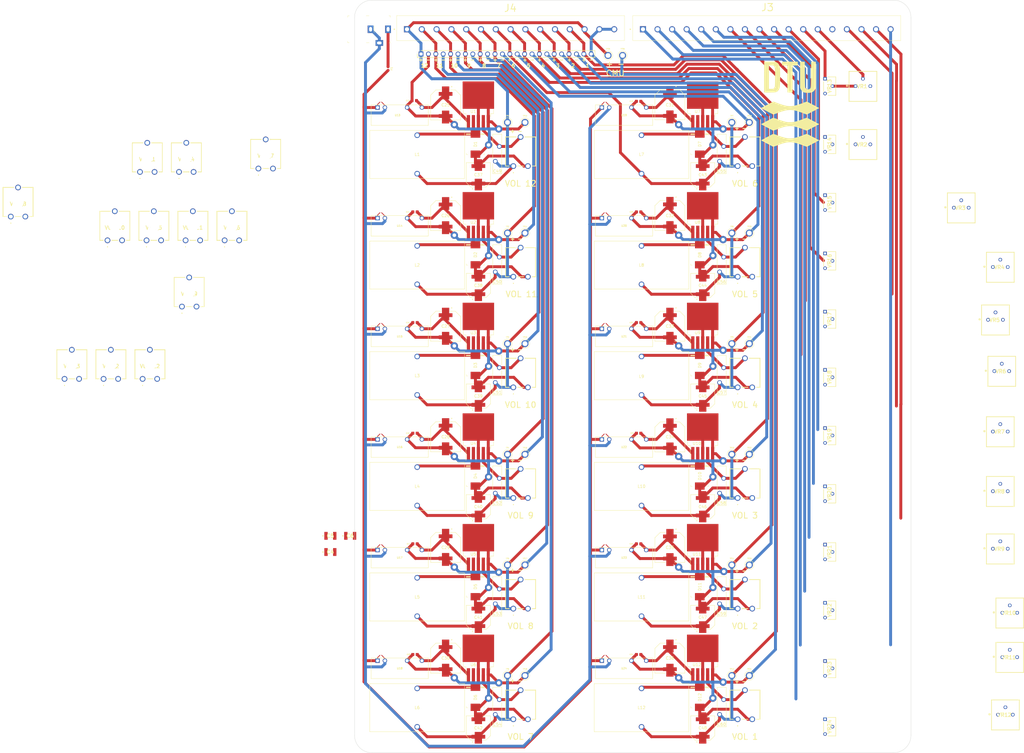
<source format=kicad_pcb>
(kicad_pcb (version 20211014) (generator pcbnew)
  (layers (0 "F.Cu" signal) (31 "B.Cu" signal) (34 "B.Paste" user) (35 "F.Paste" user) (36 "B.SilkS" user "B.Silkscreen") (37 "F.SilkS" user "F.Silkscreen") (38 "B.Mask" user) (39 "F.Mask" user) (44 "Edge.Cuts" user))
  (net 0 "")
  (net 1 "/GND_NTC_11_12")
  (net 2 "GND")
  (net 3 "Net-(D5-PadK)")
  (net 4 "Net-(C18-Pad1)")
  (net 5 "Net-(C14-Pad2)")
  (net 6 "Net-(C14-Pad1)")
  (net 7 "Net-(C15-Pad2)")
  (net 8 "Net-(C15-Pad1)")
  (net 9 "Net-(C16-Pad2)")
  (net 10 "Net-(C16-Pad1)")
  (net 11 "Net-(C17-Pad2)")
  (net 12 "Net-(C17-Pad1)")
  (net 13 "Net-(C19-Pad2)")
  (net 14 "Net-(C19-Pad1)")
  (net 15 "/CMU_vol_5")
  (net 16 "Net-(C20-Pad1)")
  (net 17 "Net-(C21-Pad2)")
  (net 18 "Net-(C21-Pad1)")
  (net 19 "Net-(C22-Pad2)")
  (net 20 "Net-(C22-Pad1)")
  (net 21 "Net-(C23-Pad2)")
  (net 22 "Net-(C23-Pad1)")
  (net 23 "Net-(C24-Pad1)")
  (net 24 "Net-(C13-Pad2)")
  (net 25 "Net-(C13-Pad1)")
  (net 26 "Net-(D2-PadK)")
  (net 27 "/CMU_vol_2")
  (net 28 "Net-(D11-PadK)")
  (net 29 "/CMU_vol_11")
  (net 30 "Net-(D10-PadK)")
  (net 31 "/CMU_vol_10")
  (net 32 "Net-(D9-PadK)")
  (net 33 "/CMU_vol_9")
  (net 34 "Net-(D8-PadK)")
  (net 35 "/CMU_vol_8")
  (net 36 "Net-(D12-PadK)")
  (net 37 "/CMU_vol_12")
  (net 38 "Net-(D7-PadK)")
  (net 39 "/CMU_vol_7")
  (net 40 "Net-(D4-PadK)")
  (net 41 "/CMU_vol_4")
  (net 42 "Net-(D6-PadK)")
  (net 43 "/CMU_vol_6")
  (net 44 "Net-(D1-PadK)")
  (net 45 "/CMU_vol_1")
  (net 46 "Net-(D3-PadK)")
  (net 47 "/CMU_vol_3")
  (net 48 "Net-(C51-Pad1)")
  (net 49 "Net-(C50-Pad1)")
  (net 50 "Net-(C49-Pad1)")
  (net 51 "Net-(C54-Pad1)")
  (net 52 "Net-(C52-Pad1)")
  (net 53 "Net-(C53-Pad1)")
  (net 54 "Net-(C60-Pad1)")
  (net 55 "Net-(C55-Pad1)")
  (net 56 "Net-(C56-Pad1)")
  (net 57 "Net-(C57-Pad1)")
  (net 58 "Net-(C58-Pad1)")
  (net 59 "Net-(C59-Pad1)")
  (net 60 "Net-(C18-Pad2)")
  (net 61 "Net-(C20-Pad2)")
  (net 62 "/GND_NTC_1_2")
  (net 63 "/GND_NTC_3_4")
  (net 64 "/GND_NTC_5_6")
  (net 65 "/GND_NTC_7_8")
  (net 66 "/GND_NTC_9_10")
  (net 67 "/VOL_1-")
  (net 68 "Net-(J3-Pad2)")
  (net 69 "Net-(J3-Pad3)")
  (net 70 "Net-(J3-Pad4)")
  (net 71 "Net-(J3-Pad5)")
  (net 72 "Net-(J3-Pad6)")
  (net 73 "Net-(J3-Pad7)")
  (net 74 "Net-(J3-Pad8)")
  (net 75 "Net-(J3-Pad9)")
  (net 76 "Net-(J3-Pad10)")
  (net 77 "Net-(J3-Pad11)")
  (net 78 "Net-(J3-Pad12)")
  (net 79 "Net-(J3-Pad1)")
  (net 80 "Net-(F1-Pad1)")
  (net 81 "Net-(F1-Pad2)")
  (net 94 "Net-(VR12-Pad1)")
  (net 96 "Net-(VR3-Pad1)")
  (net 98 "Net-(VR1-Pad1)")
  (net 100 "Net-(VR2-Pad1)")
  (net 102 "Net-(VR4-Pad1)")
  (net 104 "Net-(VR5-Pad1)")
  (net 106 "Net-(VR6-Pad1)")
  (net 108 "Net-(VR7-Pad1)")
  (net 110 "Net-(VR8-Pad1)")
  (net 112 "Net-(VR9-Pad1)")
  (net 114 "Net-(VR10-Pad1)")
  (net 116 "Net-(VR11-Pad1)")
  (footprint "capa_TP1A221AV:CAP_EEETP1A221AV" (layer "F.Cu") (at 99 186 90)
    (fp_text reference "C40")
    (fp_text value "220u")
  )
  (footprint "digikey-footprints:DO-214AB" (layer "F.Cu") (at 98 137.45 -90)
    (fp_text reference "D3")
    (fp_text value "B540C-13-F")
  )
  (footprint "PEM2:CONV_PEM2-S12-S5-S" (layer "F.Cu") (at 149 51.5)
    (fp_text reference "U19")
    (fp_text value "PEM2-S12-S5-S")
  )
  (footprint "SamacSys_Parts:64WR500KLF" (layer "F.Cu") (at 218 59 -90)
    (fp_text reference "VR14")
    (fp_text value "64WR500KLF" hide)
  )
  (footprint "SamacSys_Parts:1755862" (layer "F.Cu") (at 74.5 22)
    (fp_text reference "J4")
    (fp_text value "1755862" hide)
  )
  (footprint "test_point_5013:TESTPOINT_5013" (layer "F.Cu") (at 186 54)
    (fp_text reference "TP7")
    (fp_text value "5013")
  )
  (footprint "Package_TO_SOT_SMD:TO-263-5_TabPin3" (layer "F.Cu") (at 176 48 90)
    (fp_text reference "U7")
    (fp_text value "LM2596S-ADJ")
  )
  (footprint "test_point_5013:TESTPOINT_5013" (layer "F.Cu") (at 192 244)
    (fp_text reference "TP24")
    (fp_text value "5013")
  )
  (footprint "capa_10u:CAPC1608X100N" (layer "F.Cu") (at 154 236.75 180)
    (fp_text reference "C24")
    (fp_text value "10u")
  )
  (footprint "capa_TP1A471AV:CAP_EEETP1A471AV" (layer "F.Cu") (at 164.75 47.95 -90)
    (fp_text reference "C31")
    (fp_text value "470u")
  )
  (footprint "test_point_5013:TESTPOINT_5013" (layer "F.Cu") (at 186 168)
    (fp_text reference "TP10")
    (fp_text value "5013")
  )
  (footprint "induct_HCTI:IND_HCTI-68-7.7" (layer "F.Cu") (at 155 141 -90)
    (fp_text reference "L9")
    (fp_text value "HCTI-100-7.0")
  )
  (footprint "SamacSys_Parts:PT10RV10103A2020PMS" (layer "F.Cu") (at 111 259)
    (fp_text reference "VOL 7")
    (fp_text value "PT10RV10-103A2020-PM-S" hide)
  )
  (footprint "SamacSys_Parts:64WR500KLF" (layer "F.Cu") (at 218 159 -90)
    (fp_text reference "VR19")
    (fp_text value "64WR500KLF" hide)
  )
  (footprint "capa_TP1A221AV:CAP_EEETP1A221AV" (layer "F.Cu") (at 99 110 90)
    (fp_text reference "C38")
    (fp_text value "220u")
  )
  (footprint "Package_TO_SOT_SMD:TO-263-5_TabPin3" (layer "F.Cu") (at 99 162 90)
    (fp_text reference "U4")
    (fp_text value "LM2596S-ADJ")
  )
  (footprint "test_point_5013:TESTPOINT_5013" (layer "F.Cu") (at 115 130)
    (fp_text reference "TP15")
    (fp_text value "5013")
  )
  (footprint "PEM2:CONV_PEM2-S12-S5-S" (layer "F.Cu") (at 149 165.5)
    (fp_text reference "U22")
    (fp_text value "PEM2-S12-S5-S")
  )
  (footprint "test_point_5013:TESTPOINT_5013" (layer "F.Cu") (at 109 244)
    (fp_text reference "TP6")
    (fp_text value "5013")
  )
  (footprint "Package_TO_SOT_SMD:TO-263-5_TabPin3" (layer "F.Cu") (at 99 48 90)
    (fp_text reference "U1")
    (fp_text value "LM2596S-ADJ")
  )
  (footprint "SamacSys_Parts:HDRV24W62P0X254_1X24_6096X240X858P" (layer "F.Cu") (at 79.31 30.5)
    (fp_text reference "Voltage_headers1" hide)
    (fp_text value "77311-102-24LF" hide)
  )
  (footprint "capa_10u:CAPC1608X100N" (layer "F.Cu") (at 154 46.75 180)
    (fp_text reference "C19")
    (fp_text value "10u")
  )
  (footprint "capa_3n_440LD32_R:FUSRB510W81L1358T310H1980" (layer "F.Cu") (at 182.5 178.8 -90)
    (fp_text reference "C58")
    (fp_text value "3.2n")
  )
  (footprint "capa_10u:CAPC1608X100N" (layer "F.Cu") (at 154 160.75 180)
    (fp_text reference "C22")
    (fp_text value "10u")
  )
  (footprint "Package_TO_SOT_SMD:TO-263-5_TabPin3" (layer "F.Cu") (at 99 124 90)
    (fp_text reference "U3")
    (fp_text value "LM2596S-ADJ")
  )
  (footprint "induct_HCTI:IND_HCTI-68-7.7" (layer "F.Cu") (at 78 65 -90)
    (fp_text reference "L1")
    (fp_text value "HCTI-100-7.0")
  )
  (footprint "SamacSys_Parts:3296P-1-103" (layer "F.Cu") (at 279.90418 254.885)
    (fp_text reference "VR12")
    (fp_text value "3362P-1-103TLF" hide)
  )
  (footprint "Package_TO_SOT_SMD:TO-263-5_TabPin3" (layer "F.Cu") (at 176 162 90)
    (fp_text reference "U10")
    (fp_text value "LM2596S-ADJ")
  )
  (footprint "SamacSys_Parts:3296P-1-103" (layer "F.Cu") (at 231 39)
    (fp_text reference "VR1")
    (fp_text value "3362P-1-103TLF" hide)
  )
  (footprint "capa_10u:CAPC1608X100N" (layer "F.Cu") (at 77.25 236.75 180)
    (fp_text reference "C18")
    (fp_text value "10u")
  )
  (footprint "capa_TP1A221AV:CAP_EEETP1A221AV" (layer "F.Cu") (at 99 148 90)
    (fp_text reference "C39")
    (fp_text value "220u")
  )
  (footprint "test_point_5013:TESTPOINT_5013" (layer "F.Cu") (at 143.5 31)
    (fp_text reference "TP25")
    (fp_text value "5013")
  )
  (footprint "capa_10u:CAPC1608X100N" (layer "F.Cu") (at 77.25 84.75 180)
    (fp_text reference "C14")
    (fp_text value "10u")
  )
  (footprint "digikey-footprints:DO-214AB" (layer "F.Cu") (at 98 175.45 -90)
    (fp_text reference "D4")
    (fp_text value "B540C-13-F")
  )
  (footprint "capa_10u:CAPC1608X100N" (layer "F.Cu") (at 77.25 122.75 180)
    (fp_text reference "C15")
    (fp_text value "10u")
  )
  (footprint "capa_TP1A471AV:CAP_EEETP1A471AV" (layer "F.Cu") (at 164.75 85.95 -90)
    (fp_text reference "C32")
    (fp_text value "470u")
  )
  (footprint "PEM2:CONV_PEM2-S12-S5-S" (layer "F.Cu") (at 72 127.5)
    (fp_text reference "U15")
    (fp_text value "PEM2-S12-S5-S")
  )
  (footprint "digikey-footprints:DO-214AB" (layer "F.Cu") (at 175 99.45 -90)
    (fp_text reference "D8")
    (fp_text value "B540C-13-F")
  )
  (footprint "SamacSys_Parts:64WR500KLF" (layer "F.Cu") (at 218 199 -90)
    (fp_text reference "VR21")
    (fp_text value "64WR500KLF" hide)
  )
  (footprint "capa_3n_440LD32_R:FUSRB510W81L1358T310H1980" (layer "F.Cu") (at 105.5 216.8 -90)
    (fp_text reference "C53")
    (fp_text value "3.2n")
  )
  (footprint "capa_TP1A471AV:CAP_EEETP1A471AV" (layer "F.Cu") (at 87.75 124 -90)
    (fp_text reference "C27")
    (fp_text value "470u")
  )
  (footprint "SamacSys_Parts:PT10RV10103A2020PMS" (layer "F.Cu") (at 111 183)
    (fp_text reference "VOL 9")
    (fp_text value "PT10RV10-103A2020-PM-S" hide)
  )
  (footprint "test_point_5013:TESTPOINT_5013" (layer "F.Cu") (at 192 168)
    (fp_text reference "TP22")
    (fp_text value "5013")
  )
  (footprint "induct_HCTI:IND_HCTI-68-7.7" (layer "F.Cu") (at 78 103 -90)
    (fp_text reference "L2")
    (fp_text value "HCTI-100-7.0")
  )
  (footprint "test_point_5013:TESTPOINT_5013" (layer "F.Cu") (at 148.5 31)
    (fp_text reference "TP26")
    (fp_text value "5013")
  )
  (footprint "test_point_5013:TESTPOINT_5013" (layer "F.Cu") (at 186 92)
    (fp_text reference "TP8")
    (fp_text value "5013")
  )
  (footprint "Package_TO_SOT_SMD:TO-263-5_TabPin3" (layer "F.Cu") (at 176 238 90)
    (fp_text reference "U12")
    (fp_text value "LM2596S-ADJ")
  )
  (footprint "SamacSys_Parts:3296P-1-103" (layer "F.Cu") (at 231 59)
    (fp_text reference "VR2")
    (fp_text value "3362P-1-103TLF" hide)
  )
  (footprint "capa_10u:CAPC1608X100N" (layer "F.Cu") (at 154 84.75 180)
    (fp_text reference "C20")
    (fp_text value "10u")
  )
  (footprint "PEM2:CONV_PEM2-S12-S5-S" (layer "F.Cu") (at 149 89.5)
    (fp_text reference "U20")
    (fp_text value "PEM2-S12-S5-S")
  )
  (footprint "SamacSys_Parts:PT10RV10103A2020PMS" (layer "F.Cu") (at 111 221)
    (fp_text reference "VOL 8")
    (fp_text value "PT10RV10-103A2020-PM-S" hide)
  )
  (footprint "SamacSys_Parts:64WR500KLF" (layer "F.Cu") (at 218 119 -90)
    (fp_text reference "VR17")
    (fp_text value "64WR500KLF" hide)
  )
  (footprint "test_point_5013:TESTPOINT_5013" (layer "F.Cu") (at 115 54)
    (fp_text reference "TP13")
    (fp_text value "5013")
  )
  (footprint "SamacSys_Parts:64WR500KLF" (layer "F.Cu") (at 218 139 -90)
    (fp_text reference "VR18")
    (fp_text value "64WR500KLF" hide)
  )
  (footprint "capa_TP1A221AV:CAP_EEETP1A221AV" (layer "F.Cu") (at 99 72 90)
    (fp_text reference "C37")
    (fp_text value "220u")
  )
  (footprint "SamacSys_Parts:PT10RV10103A2020PMS" (layer "F.Cu") (at 188 107)
    (fp_text reference "VOL 5")
    (fp_text value "PT10RV10-103A2020-PM-S" hide)
  )
  (footprint "SamacSys_Parts:PT10RV10103A2020PMS" (layer "F.Cu") (at 111 69)
    (fp_text reference "VOL 12")
    (fp_text value "PT10RV10-103A2020-PM-S" hide)
  )
  (footprint "capa_TP1A471AV:CAP_EEETP1A471AV" (layer "F.Cu") (at 87.75 238 -90)
    (fp_text reference "C30")
    (fp_text value "470u")
  )
  (footprint "Package_TO_SOT_SMD:TO-263-5_TabPin3" (layer "F.Cu") (at 99 238 90)
    (fp_text reference "U6")
    (fp_text value "LM2596S-ADJ")
  )
  (footprint "digikey-footprints:DO-214AB" (layer "F.Cu") (at 175 175.45 -90)
    (fp_text reference "D10")
    (fp_text value "B540C-13-F")
  )
  (footprint "SamacSys_Parts:PT10RV10103A2020PMS" (layer "F.Cu") (at -2.75 117.25)
    (fp_text reference "VOL_9")
    (fp_text value "PT10RV10-103A2020-PM-S" hide)
  )
  (footprint "PEM2:CONV_PEM2-S12-S5-S" (layer "F.Cu") (at 149 127.5)
    (fp_text reference "U21")
    (fp_text value "PEM2-S12-S5-S")
  )
  (footprint "capa_3n_440LD32_R:FUSRB510W81L1358T310H1980" (layer "F.Cu") (at 105.5 64.8 -90)
    (fp_text reference "C49")
    (fp_text value "3.2n")
  )
  (footprint "PEM2:CONV_PEM2-S12-S5-S" (layer "F.Cu") (at 149 203.5)
    (fp_text reference "U23")
    (fp_text value "PEM2-S12-S5-S")
  )
  (footprint "capa_3n_440LD32_R:FUSRB510W81L1358T310H1980" (layer "F.Cu") (at 182.5 64.8 -90)
    (fp_text reference "C55")
    (fp_text value "3.2n")
  )
  (footprint "SamacSys_Parts:3296P-1-103" (layer "F.Cu") (at 278.15418 178.135)
    (fp_text reference "VR8")
    (fp_text value "3362P-1-103TLF" hide)
  )
  (footprint "test_point_5013:TESTPOINT_5013" (layer "F.Cu") (at 186 244)
    (fp_text reference "TP12")
    (fp_text value "5013")
  )
  (footprint "capa_TP1A471AV:CAP_EEETP1A471AV" (layer "F.Cu") (at 87.75 199.95 -90)
    (fp_text reference "C29")
    (fp_text value "470u")
  )
  (footprint "test_point_5013:TESTPOINT_5013" (layer "F.Cu") (at 109 54)
    (fp_text reference "TP1")
    (fp_text value "5013")
  )
  (footprint "digikey-footprints:DO-214AB" (layer "F.Cu") (at 175 251.45 -90)
    (fp_text reference "D12")
    (fp_text value "B540C-13-F")
  )
  (footprint "induct_HCTI:IND_HCTI-68-7.7" (layer "F.Cu") (at 155 217 -90)
    (fp_text reference "L11")
    (fp_text value "HCTI-100-7.0")
  )
  (footprint "test_point_5013:TESTPOINT_5013" (layer "F.Cu") (at 109 92)
    (fp_text reference "TP2")
    (fp_text value "5013")
  )
  (footprint "PEM2:CONV_PEM2-S12-S5-S" (layer "F.Cu") (at 72 51.5)
    (fp_text reference "U13")
    (fp_text value "PEM2-S12-S5-S")
  )
  (footprint "SamacSys_Parts:PT10RV10103A2020PMS" (layer "F.Cu") (at -3.75 71)
    (fp_text reference "VOL_4")
    (fp_text value "PT10RV10-103A2020-PM-S" hide)
  )
  (footprint "capa_3n_440LD32_R:FUSRB510W81L1358T310H1980" (layer "F.Cu") (at 182.5 102.8 -90)
    (fp_text reference "C56")
    (fp_text value "3.2n")
  )
  (footprint "capa_3n_440LD32_R:FUSRB510W81L1358T310H1980" (layer "F.Cu") (at 182.5 216.8 -90)
    (fp_text reference "C59")
    (fp_text value "3.2n")
  )
  (footprint "capa_3n_440LD32_R:FUSRB510W81L1358T310H1980" (layer "F.Cu") (at 105.5 254.8 -90)
    (fp_text reference "C54")
    (fp_text value "3.2n")
  )
  (footprint "induct_HCTI:IND_HCTI-68-7.7" (layer "F.Cu") (at 155 103 -90)
    (fp_text reference "L8")
    (fp_text value "HCTI-100-7.0")
  )
  (footprint "capa_10u:CAPC1608X100N" (layer "F.Cu") (at 154 122.75 180)
    (fp_text reference "C21")
    (fp_text value "10u")
  )
  (footprint "capa_10u:CAPC1608X100N" (layer "F.Cu") (at 77 46.5 180)
    (fp_text reference "C13")
    (fp_text value "10u")
  )
  (footprint "capa_10u:CAPC1608X100N" (layer "F.Cu") (at 77.25 198.75 180)
    (fp_text reference "C17")
    (fp_text value "10u")
  )
  (footprint "capa_TP1A221AV:CAP_EEETP1A221AV" (layer "F.Cu") (at 176 72 90)
    (fp_text reference "C43")
    (fp_text value "220u")
  )
  (footprint "PEM2:CONV_PEM2-S12-S5-S" (layer "F.Cu") (at 72 241.5)
    (fp_text reference "U18")
    (fp_text value "PEM2-S12-S5-S")
  )
  (footprint "induct_HCTI:IND_HCTI-68-7.7" (layer "F.Cu") (at 155 255 -90)
    (fp_text reference "L12")
    (fp_text value "HCTI-100-7.0")
  )
  (footprint "Package_TO_SOT_SMD:TO-263-5_TabPin3" (layer "F.Cu") (at 99 200 90)
    (fp_text reference "U5")
    (fp_text value "LM2596S-ADJ")
  )
  (footprint "SamacSys_Parts:3296P-1-103" (layer "F.Cu") (at 281.40418 235.135)
    (fp_text reference "VR11")
    (fp_text value "3362P-1-103TLF" hide)
  )
  (footprint "PEM2:CONV_PEM2-S12-S5-S" (layer "F.Cu") (at 72 89.5)
    (fp_text reference "U14")
    (fp_text value "PEM2-S12-S5-S")
  )
  (footprint "SamacSys_Parts:64WR500KLF" (layer "F.Cu") (at 218 239 -90)
    (fp_text reference "VR23")
    (fp_text value "64WR500KLF" hide)
  )
  (footprint "SamacSys_Parts:PT10RV10103A2020PMS" (layer "F.Cu") (at 188 69)
    (fp_text reference "VOL 6")
    (fp_text value "PT10RV10-103A2020-PM-S" hide)
  )
  (footprint "test_point_5013:TESTPOINT_5013" (layer "F.Cu") (at 186 130)
    (fp_text reference "TP9")
    (fp_text value "5013")
  )
  (footprint "SamacSys_Parts:PT10RV10103A2020PMS" (layer "F.Cu") (at 188 259)
    (fp_text reference "VOL 1")
    (fp_text value "PT10RV10-103A2020-PM-S" hide)
  )
  (footprint "test_point_5013:TESTPOINT_5013" (layer "F.Cu") (at 115 244)
    (fp_text reference "TP18")
    (fp_text value "5013")
  )
  (footprint "capa_3n_440LD32_R:FUSRB510W81L1358T310H1980" (layer "F.Cu") (at 182.5 254.8 -90)
    (fp_text reference "C60")
    (fp_text value "3.2n")
  )
  (footprint "SamacSys_Parts:64WR500KLF" (layer "F.Cu") (at 218 259 -90)
    (fp_text reference "VR24")
    (fp_text value "64WR500KLF" hide)
  )
  (footprint "induct_HCTI:IND_HCTI-68-7.7" (layer "F.Cu") (at 155 65 -90)
    (fp_text reference "L7")
    (fp_text value "HCTI-100-7.0")
  )
  (footprint "SamacSys_Parts:C1210" (layer "F.Cu") (at 48.2 201.55)
    (fp_text reference "C4")
    (fp_text value "C1210C225K1RACAUTO" hide)
  )
  (footprint "capa_TP1A221AV:CAP_EEETP1A221AV" (layer "F.Cu") (at 176 186 90)
    (fp_text reference "C46")
    (fp_text value "220u")
  )
  (footprint "Package_TO_SOT_SMD:TO-263-5_TabPin3" (layer "F.Cu") (at 176 200 90)
    (fp_text reference "U11")
    (fp_text value "LM2596S-ADJ")
  )
  (footprint "capa_TP1A471AV:CAP_EEETP1A471AV" (layer "F.Cu") (at 87.75 48 -90)
    (fp_text reference "C25")
    (fp_text value "470u")
  )
  (footprint "SamacSys_Parts:64WR500KLF" (layer "F.Cu") (at 218 179 -90)
    (fp_text reference "VR20")
    (fp_text value "64WR500KLF" hide)
  )
  (footprint "test_point_5013:TESTPOINT_5013" (layer "F.Cu") (at 186 206)
    (fp_text reference "TP11")
    (fp_text value "5013")
  )
  (footprint "capa_TP1A471AV:CAP_EEETP1A471AV" (layer "F.Cu") (at 164.75 200 -90)
    (fp_text reference "C35")
    (fp_text value "470u")
  )
  (footprint "SamacSys_Parts:PT10RV10103A2020PMS" (layer "F.Cu") (at -14.9 94.5)
    (fp_text reference "VOL_5")
    (fp_text value "PT10RV10-103A2020-PM-S" hide)
  )
  (footprint "test_point_5013:TESTPOINT_5013" (layer "F.Cu") (at 109 206)
    (fp_text reference "TP5")
    (fp_text value "5013")
  )
  (footprint "SamacSys_Parts:C1210" (layer "F.Cu") (at 55 196)
    (fp_text reference "C6")
    (fp_text value "C1210C225K1RACAUTO" hide)
  )
  (footprint "SamacSys_Parts:PT10RV10103A2020PMS" (layer "F.Cu") (at -28.3 94.5)
    (fp_text reference "VOL_10")
    (fp_text value "PT10RV10-103A2020-PM-S" hide)
  )
  (footprint "capa_TP1A221AV:CAP_EEETP1A221AV" (layer "F.Cu") (at 176 110 90)
    (fp_text reference "C44")
    (fp_text value "220u")
  )
  (footprint "test_point_5013:TESTPOINT_5013" (layer "F.Cu") (at 109 168)
    (fp_text reference "TP4")
    (fp_text value "5013")
  )
  (footprint "induct_HCTI:IND_HCTI-68-7.7" (layer "F.Cu") (at 78 217 -90)
    (fp_text reference "L5")
    (fp_text value "HCTI-100-7.0")
  )
  (footprint "induct_HCTI:IND_HCTI-68-7.7" (layer "F.Cu") (at 78 255 -90)
    (fp_text reference "L6")
    (fp_text value "HCTI-100-7.0")
  )
  (footprint "LOGO" (layer "F.Cu") (at 206 47.75)
    (fp_text reference "G***" hide)
    (fp_text value "LOGO" hide)
  )
  (footprint "capa_3n_440LD32_R:FUSRB510W81L1358T310H1980" (layer "F.Cu") (at 105.5 140.8 -90)
    (fp_text reference "C51")
    (fp_text value "3.2n")
  )
  (footprint "PEM2:CONV_PEM2-S12-S5-S" (layer "F.Cu") (at 72 203.5)
    (fp_text reference "U17")
    (fp_text value "PEM2-S12-S5-S")
  )
  (footprint "test_point_5013:TESTPOINT_5013" (layer "F.Cu") (at 192 206)
    (fp_text reference "TP23")
    (fp_text value "5013")
  )
  (footprint "PEM2:CONV_PEM2-S12-S5-S" (layer "F.Cu") (at 72 165.5)
    (fp_text reference "U16")
    (fp_text value "PEM2-S12-S5-S")
  )
  (footprint "SamacSys_Parts:PT10RV10103A2020PMS" (layer "F.Cu") (at 11.9 94.5)
    (fp_text reference "VOL_6")
    (fp_text value "PT10RV10-103A2020-PM-S" hide)
  )
  (footprint "SamacSys_Parts:PT10RV10103A2020PMS" (layer "F.Cu") (at -17.15 71)
    (fp_text reference "VOL_1")
    (fp_text value "PT10RV10-103A2020-PM-S" hide)
  )
  (footprint "SamacSys_Parts:64WR500KLF" (layer "F.Cu") (at 218 219 -90)
    (fp_text reference "VR22")
    (fp_text value "64WR500KLF" hide)
  )
  (footprint "capa_3n_440LD32_R:FUSRB510W81L1358T310H1980" (layer "F.Cu") (at 105.5 178.8 -90)
    (fp_text reference "C52")
    (fp_text value "3.2n")
  )
  (footprint "capa_TP1A221AV:CAP_EEETP1A221AV" (layer "F.Cu") (at 99 224 90)
    (fp_text reference "C41")
    (fp_text value "220u")
  )
  (footprint "test_point_5013:TESTPOINT_5013" (layer "F.Cu") (at 192 54)
    (fp_text reference "TP19")
    (fp_text value "5013")
  )
  (footprint "Package_TO_SOT_SMD:TO-263-5_TabPin3" (layer "F.Cu") (at 176 86 90)
    (fp_text reference "U8")
    (fp_text value "LM2596S-ADJ")
  )
  (footprint "SamacSys_Parts:PT10RV10103A2020PMS" (layer "F.Cu") (at 188 221)
    (fp_text reference "VOL 2")
    (fp_text value "PT10RV10-103A2020-PM-S" hide)
  )
  (footprint "induct_HCTI:IND_HCTI-68-7.7" (layer "F.Cu") (at 78 179 -90)
    (fp_text reference "L4")
    (fp_text value "HCTI-100-7.0")
  )
  (footprint "digikey-footprints:DO-214AB" (layer "F.Cu") (at 175 137.45 -90)
    (fp_text reference "D9")
    (fp_text value "B540C-13-F")
  )
  (footprint "test_point_5013:TESTPOINT_5013" (layer "F.Cu") (at 115 168)
    (fp_text reference "TP16")
    (fp_text value "5013")
  )
  (footprint "SamacSys_Parts:3296P-1-103" (layer "F.Cu") (at 276.5 119.25)
    (fp_text reference "VR5")
    (fp_text value "3362P-1-103TLF" hide)
  )
  (footprint "SamacSys_Parts:PT10RV10103A2020PMS" (layer "F.Cu") (at 188 183)
    (fp_text reference "VOL 3")
    (fp_text value "PT10RV10-103A2020-PM-S" hide)
  )
  (footprint "SamacSys_Parts:3296P-1-103" (layer "F.Cu") (at 278.15418 157.635)
    (fp_text reference "VR7")
    (fp_text value "3362P-1-103TLF" hide)
  )
  (footprint "capa_TP1A471AV:CAP_EEETP1A471AV" (layer "F.Cu") (at 164.75 238 -90)
    (fp_text reference "C36")
    (fp_text value "470u")
  )
  (footprint "PEM2:CONV_PEM2-S12-S5-S" (layer "F.Cu") (at 149 241.5)
    (fp_text reference "U24")
    (fp_text value "PEM2-S12-S5-S")
  )
  (footprint "SamacSys_Parts:PT10RV10103A2020PMS" (layer "F.Cu") (at 23.5 69.8375)
    (fp_text reference "VOL_7")
    (fp_text value "PT10RV10-103A2020-PM-S" hide)
  )
  (footprint "SamacSys_Parts:PT10RV10103A2020PMS" (layer "F.Cu") (at -29.65 142.0875)
    (fp_text reference "VOL_2")
    (fp_text value "PT10RV10-103A2020-PM-S" hide)
  )
  (footprint "capa_TP1A221AV:CAP_EEETP1A221AV" (layer "F.Cu") (at 99 262 90)
    (fp_text reference "C42")
    (fp_text value "220u")
  )
  (footprint "test_point_5013:TESTPOINT_5013" (layer "F.Cu") (at 192 130)
    (fp_text reference "TP21")
    (fp_text value "5013")
  )
  (footprint "test_point_5013:TESTPOINT_5013" (layer "F.Cu") (at 192 92)
    (fp_text reference "TP20")
    (fp_text value "5013")
  )
  (footprint "induct_HCTI:IND_HCTI-68-7.7" (layer "F.Cu") (at 155 179 -90)
    (fp_text reference "L10")
    (fp_text value "HCTI-100-7.0")
  )
  (footprint "digikey-footprints:DO-214AB" (layer "F.Cu") (at 98 99.45 -90)
    (fp_text reference "D2")
    (fp_text value "B540C-13-F")
  )
  (footprint "SamacSys_Parts:3296P-1-103" (layer "F.Cu") (at 264.75 80.75)
    (fp_text reference "VR3")
    (fp_text value "3362P-1-103TLF" hide)
  )
  (footprint "test_point_5013:TESTPOINT_5013" (layer "F.Cu") (at 115 92)
    (fp_text reference "TP14")
    (fp_text value "5013")
  )
  (footprint "SamacSys_Parts:64WR500KLF" (layer "F.Cu") (at 218 39 -90)
    (fp_text reference "VR13")
    (fp_text value "64WR500KLF" hide)
  )
  (footprint "SamacSys_Parts:1755668" (layer "F.Cu") (at 155.5 22)
    (fp_text reference "J3")
    (fp_text value "1755668" hide)
  )
  (footprint "digikey-footprints:DO-214AB" (layer "F.Cu") (at 175 61.45 -90)
    (fp_text reference "D7")
    (fp_text value "B540C-13-F")
  )
  (footprint "SamacSys_Parts:3296P-1-103" (layer "F.Cu") (at 278.15418 197.885)
    (fp_text reference "VR9")
    (fp_text value "3362P-1-103TLF" hide)
  )
  (footprint "digikey-footprints:DO-214AB" (layer "F.Cu") (at 98 213.45 -90)
    (fp_text reference "D5")
    (fp_text value "B540C-13-F")
  )
  (footprint "induct_HCTI:IND_HCTI-68-7.7" (layer "F.Cu") (at 78 141 -90)
    (fp_text reference "L3")
    (fp_text value "HCTI-100-7.0")
  )
  (footprint "capa_TP1A471AV:CAP_EEETP1A471AV" (layer "F.Cu") (at 87.75 161.95 -90)
    (fp_text reference "C28")
    (fp_text value "470u")
  )
  (footprint "SamacSys_Parts:PT10RV10103A2020PMS" (layer "F.Cu") (at 111 145)
    (fp_text reference "VOL 10")
    (fp_text value "PT10RV10-103A2020-PM-S" hide)
  )
  (footprint "digikey-footprints:DO-214AB" (layer "F.Cu") (at 175 213.45 -90)
    (fp_text reference "D11")
    (fp_text value "B540C-13-F")
  )
  (footprint "SamacSys_Parts:3296P-1-103" (layer "F.Cu") (at 278.65418 136.885)
    (fp_text reference "VR6")
    (fp_text value "3362P-1-103TLF" hide)
  )
  (footprint "SamacSys_Parts:64WR500KLF" (layer "F.Cu") (at 218 79 -90)
    (fp_text reference "VR15")
    (fp_text value "64WR500KLF" hide)
  )
  (footprint "Package_TO_SOT_SMD:TO-263-5_TabPin3" (layer "F.Cu") (at 99 86 90)
    (fp_text reference "U2")
    (fp_text value "LM2596S-ADJ")
  )
  (footprint "digikey-footprints:Barrel_Jack_5.5mmODx2.1mmID_PJ-102A" (layer "F.Cu") (at 65 22 90)
    (fp_text reference "Power_in1" hide)
    (fp_text value "PJ-102A")
  )
  (footprint "test_point_5013:TESTPOINT_5013" (layer "F.Cu") (at 109 130)
    (fp_text reference "TP3")
    (fp_text value "5013")
  )
  (footprint "capa_3n_440LD32_R:FUSRB510W81L1358T310H1980" (layer "F.Cu") (at 182.5 140.8 -90)
    (fp_text reference "C57")
    (fp_text value "3.2n")
  )
  (footprint "Package_TO_SOT_SMD:TO-263-5_TabPin3" (layer "F.Cu") (at 176 124 90)
    (fp_text reference "U9")
    (fp_text value "LM2596S-ADJ")
  )
  (footprint "SamacSys_Parts:64WR500KLF" (layer "F.Cu") (at 218 99 -90)
    (fp_text reference "VR16")
    (fp_text value "64WR500KLF" hide)
  )
  (footprint "SamacSys_Parts:PT10RV10103A2020PMS" (layer "F.Cu") (at -61.5 86.3375)
    (fp_text reference "VOL_8")
    (fp_text value "PT10RV10-103A2020-PM-S" hide)
  )
  (footprint "SamacSys_Parts:PT10RV10103A2020PMS" (layer "F.Cu") (at -43.05 142.0875)
    (fp_text reference "VOL_3")
    (fp_text value "PT10RV10-103A2020-PM-S" hide)
  )
  (footprint "SamacSys_Parts:PT10RV10103A2020PMS" (layer "F.Cu") (at -1.5 94.5)
    (fp_text reference "VOL_11")
    (fp_text value "PT10RV10-103A2020-PM-S" hide)
  )
  (footprint "capa_TP1A221AV:CAP_EEETP1A221AV" (layer "F.Cu") (at 176 148 90)
    (fp_text reference "C45")
    (fp_text value "220u")
  )
  (footprint "SamacSys_Parts:3296P-1-103" (layer "F.Cu") (at 281.40418 219.885)
    (fp_text reference "VR10")
    (fp_text value "3362P-1-103TLF" hide)
  )
  (footprint "capa_TP1A471AV:CAP_EEETP1A471AV" (layer "F.Cu") (at 164.75 124 -90)
    (fp_text reference "C33")
    (fp_text value "470u")
  )
  (footprint "digikey-footprints:DO-214AB" (layer "F.Cu") (at 98 251.45 -90)
    (fp_text reference "D6")
    (fp_text value "B540C-13-F")
  )
  (footprint "test_point_5013:TESTPOINT_5013" (layer "F.Cu") (at 115 206)
    (fp_text reference "TP17")
    (fp_text value "5013")
  )
  (footprint "SamacSys_Parts:PT10RV10103A2020PMS" (layer "F.Cu") (at 111 107)
    (fp_text reference "VOL 11")
    (fp_text value "PT10RV10-103A2020-PM-S" hide)
  )
  (footprint "capa_10u:CAPC1608X100N" (layer "F.Cu") (at 77.25 160.75 180)
    (fp_text reference "C16")
    (fp_text value "10u")
  )
  (footprint "5A_32V_fuse:FUSE_0ABB-5000-TM" (layer "F.Cu") (at 68 35.5 -90)
    (fp_text reference "F1")
    (fp_text value "0ABB-5000-TM")
  )
  (footprint "capa_TP1A471AV:CAP_EEETP1A471AV" (layer "F.Cu") (at 87.75 86 -90)
    (fp_text reference "C26")
    (fp_text value "470u")
  )
  (footprint "SamacSys_Parts:C1210" (layer "F.Cu") (at 48.2 196)
    (fp_text reference "C5")
    (fp_text value "C1210C225K1RACAUTO" hide)
  )
  (footprint "capa_TP1A471AV:CAP_EEETP1A471AV" (layer "F.Cu") (at 164.75 162 -90)
    (fp_text reference "C34")
    (fp_text value "470u")
  )
  (footprint "digikey-footprints:DO-214AB" (layer "F.Cu") (at 98 61.45 -90)
    (fp_text reference "D1")
    (fp_text value "B540C-13-F")
  )
  (footprint "capa_10u:CAPC1608X100N" (layer "F.Cu") (at 154 198.75 180)
    (fp_text reference "C23")
    (fp_text value "10u")
  )
  (footprint "capa_3n_440LD32_R:FUSRB510W81L1358T310H1980" (layer "F.Cu") (at 105.5 102.8 -90)
    (fp_text reference "C50")
    (fp_text value "3.2n")
  )
  (footprint "SamacSys_Parts:PT10RV10103A2020PMS" (layer "F.Cu") (at 188 145)
    (fp_text reference "VOL 4")
    (fp_text value "PT10RV10-103A2020-PM-S" hide)
  )
  (footprint "capa_TP1A221AV:CAP_EEETP1A221AV" (layer "F.Cu") (at 176 262 90)
    (fp_text reference "C48")
    (fp_text value "220u")
  )
  (footprint "capa_TP1A221AV:CAP_EEETP1A221AV" (layer "F.Cu") (at 176 224 90)
    (fp_text reference "C47")
    (fp_text value "220u")
  )
  (footprint "SamacSys_Parts:3296P-1-103" (layer "F.Cu") (at 278.15418 101.135)
    (fp_text reference "VR4")
    (fp_text value "3362P-1-103TLF" hide)
  )
  (footprint "SamacSys_Parts:PT10RV10103A2020PMS" (layer "F.Cu") (at -16.25 142.0875)
    (fp_text reference "VOL_12")
    (fp_text value "PT10RV10-103A2020-PM-S" hide)
  )
  (gr_arc (start 62.5 270.5) (mid 58.25736 268.74264) (end 56.5 264.5) (layer "Edge.Cuts") (width 0.1))
  (gr_arc (start 56.5 18) (mid 58.25736 13.75736) (end 62.5 12) (layer "Edge.Cuts") (width 0.1))
  (gr_arc (start 241.5 12) (mid 245.74264 13.75736) (end 247.5 18) (layer "Edge.Cuts") (width 0.1))
  (gr_line (start 62.5 12) (end 241.5 12) (layer "Edge.Cuts") (width 0.1))
  (gr_line (start 247.5 18) (end 247.5 264.5) (layer "Edge.Cuts") (width 0.1))
  (gr_arc (start 247.5 264.5) (mid 245.74264 268.74264) (end 241.5 270.5) (layer "Edge.Cuts") (width 0.1))
  (gr_line (start 241.5 270.5) (end 62.5 270.5) (layer "Edge.Cuts") (width 0.1))
  (gr_line (start 56.5 264.5) (end 56.5 18) (layer "Edge.Cuts") (width 0.1))
  (gr_text "+ -" (at 112 132) (layer "F.SilkS") (effects (font (size 1.25 1.25) (thickness 0.3))))
  (gr_text "+ -" (at 112 207.75) (layer "F.SilkS") (effects (font (size 1.25 1.25) (thickness 0.3))))
  (gr_text "+ -\n6" (at 111 33.5) (layer "F.SilkS") (effects (font (size 1.25 1.25) (thickness 0.3))))
  (gr_text "+ -\n12" (at 80.5 33.5) (layer "F.SilkS") (effects (font (size 1.25 1.25) (thickness 0.3))))
  (gr_text "+ -" (at 112 57) (layer "F.SilkS") (effects (font (size 1.25 1.25) (thickness 0.3))))
  (gr_text "+ -\nCMU" (at 146 35.5) (layer "F.SilkS") (effects (font (size 2 2) (thickness 0.3))))
  (gr_text "+ -\n5" (at 116.25 33.5) (layer "F.SilkS") (effects (font (size 1.25 1.25) (thickness 0.3))))
  (gr_text "+ -" (at 189 94) (layer "F.SilkS") (effects (font (size 1.25 1.25) (thickness 0.3))))
  (gr_text "+ -\n10" (at 90.75 33.5) (layer "F.SilkS") (effects (font (size 1.25 1.25) (thickness 0.3))))
  (gr_text "+ -\n7" (at 106 33.5) (layer "F.SilkS") (effects (font (size 1.25 1.25) (thickness 0.3))))
  (gr_text "+ -" (at 189 208) (layer "F.SilkS") (effects (font (size 1.25 1.25) (thickness 0.3))))
  (gr_text "+ -" (at 112 94) (layer "F.SilkS") (effects (font (size 1.25 1.25) (thickness 0.3))))
  (gr_text "+ -\n1" (at 136.5 33.5) (layer "F.SilkS") (effects (font (size 1.25 1.25) (thickness 0.3))))
  (gr_text "+ -" (at 112 170) (layer "F.SilkS") (effects (font (size 1.25 1.25) (thickness 0.3))))
  (gr_text "+ -" (at 189 56) (layer "F.SilkS") (effects (font (size 1.25 1.25) (thickness 0.3))))
  (gr_text "+ -\n4" (at 121.25 33.5) (layer "F.SilkS") (effects (font (size 1.25 1.25) (thickness 0.3))))
  (gr_text "+ -" (at 112 245.75) (layer "F.SilkS") (effects (font (size 1.25 1.25) (thickness 0.3))))
  (gr_text "+ -" (at 189 170) (layer "F.SilkS") (effects (font (size 1.25 1.25) (thickness 0.3))))
  (gr_text "+ -\n8" (at 101 33.5) (layer "F.SilkS") (effects (font (size 1.25 1.25) (thickness 0.3))))
  (gr_text "+ -" (at 189 246) (layer "F.SilkS") (effects (font (size 1.25 1.25) (thickness 0.3))))
  (gr_text "+ -\n9" (at 95.75 33.5) (layer "F.SilkS") (effects (font (size 1.25 1.25) (thickness 0.3))))
  (gr_text "+ -\n11" (at 85.75 33.5) (layer "F.SilkS") (effects (font (size 1.25 1.25) (thickness 0.3))))
  (gr_text "+ -" (at 189 132) (layer "F.SilkS") (effects (font (size 1.25 1.25) (thickness 0.3))))
  (gr_text "+ -\n2" (at 131.5 33.5) (layer "F.SilkS") (effects (font (size 1.25 1.25) (thickness 0.3))))
  (gr_text "+ -\n3" (at 126.25 33.5) (layer "F.SilkS") (effects (font (size 1.25 1.25) (thickness 0.3))))
  (segment (start 231 37.5) (end 215.5 22) (width 1) (layer "F.Cu") (net 1))
  (segment (start 231 39) (end 231 37.5) (width 1) (layer "F.Cu") (net 1))
  (segment (start 143.92 200.14) (end 142.78 199) (width 0.25) (layer "F.Cu") (net 2))
  (segment (start 143.92 238.14) (end 142.78 237) (width 0.25) (layer "F.Cu") (net 2))
  (segment (start 66.92 162.14) (end 66.92 162.875) (width 0.25) (layer "F.Cu") (net 2))
  (segment (start 143.92 86.875) (end 143.92 86.14) (width 0.25) (layer "F.Cu") (net 2))
  (segment (start 143.92 48.14) (end 142.78 47) (width 0.25) (layer "F.Cu") (net 2))
  (segment (start 65.78 47) (end 66.92 48.14) (width 0.25) (layer "F.Cu") (net 2))
  (segment (start 143.92 238.875) (end 143.92 238.14) (width 0.25) (layer "F.Cu") (net 2))
  (segment (start 66.92 200.14) (end 65.78 199) (width 0.25) (layer "F.Cu") (net 2))
  (segment (start 143.92 124.14) (end 142.78 123) (width 0.25) (layer "F.Cu") (net 2))
  (segment (start 143.92 48.875) (end 143.92 48.14) (width 0.25) (layer "F.Cu") (net 2))
  (segment (start 143.92 86.14) (end 142.78 85) (width 0.25) (layer "F.Cu") (net 2))
  (segment (start 143.92 124.875) (end 143.92 124.14) (width 0.25) (layer "F.Cu") (net 2))
  (segment (start 65.78 161) (end 66.92 162.14) (width 0.25) (layer "F.Cu") (net 2))
  (segment (start 66.92 124.14) (end 66.92 124.875) (width 0.25) (layer "F.Cu") (net 2))
  (segment (start 143.92 162.875) (end 143.92 162.14) (width 0.25) (layer "F.Cu") (net 2))
  (segment (start 143.92 162.14) (end 142.78 161) (width 0.25) (layer "F.Cu") (net 2))
  (segment (start 66.92 238.875) (end 66.92 238.14) (width 0.25) (layer "F.Cu") (net 2))
  (segment (start 143.92 200.875) (end 143.92 200.14) (width 0.25) (layer "F.Cu") (net 2))
  (segment (start 65.78 123) (end 66.92 124.14) (width 0.25) (layer "F.Cu") (net 2))
  (segment (start 66.92 48.14) (end 66.92 48.875) (width 0.25) (layer "F.Cu") (net 2))
  (segment (start 66.92 200.875) (end 66.92 200.14) (width 0.25) (layer "F.Cu") (net 2))
  (segment (start 66.92 86.14) (end 66.92 86.875) (width 0.25) (layer "F.Cu") (net 2))
  (segment (start 66.92 238.14) (end 65.78 237) (width 0.25) (layer "F.Cu") (net 2))
  (segment (start 65.78 85) (end 66.92 86.14) (width 0.25) (layer "F.Cu") (net 2))
  (segment (start 143.92 239.941317) (end 142.861317 241) (width 1) (layer "B.Cu") (net 2))
  (segment (start 60.25 203) (end 65.762022 203) (width 1) (layer "B.Cu") (net 2))
  (segment (start 60.25 126.75) (end 66.012022 126.75) (width 1) (layer "B.Cu") (net 2))
  (segment (start 60.25 50.75) (end 60.25 33.45) (width 1) (layer "B.Cu") (net 2))
  (segment (start 60.25 88.75) (end 66.111317 88.75) (width 1) (layer "B.Cu") (net 2))
  (segment (start 142.861317 203) (end 137.25 203) (width 1) (layer "B.Cu") (net 2))
  (segment (start 65 26.7) (end 65 25) (width 1) (layer "B.Cu") (net 2))
  (segment (start 137.25 203) (end 137.25 165) (width 1) (layer "B.Cu") (net 2))
  (segment (start 60.25 241) (end 60.25 246.75) (width 1) (layer "B.Cu") (net 2))
  (segment (start 66.92 87.941317) (end 66.92 86.875) (width 1) (layer "B.Cu") (net 2))
  (segment (start 137.25 165) (end 137.25 127) (width 1) (layer "B.Cu") (net 2))
  (segment (start 114.5 268.25) (end 137.25 245.5) (width 1) (layer "B.Cu") (net 2))
  (segment (start 137.25 245.5) (end 137.25 241) (width 1) (layer "B.Cu") (net 2))
  (segment (start 66.92 239.941317) (end 65.861317 241) (width 1) (layer "B.Cu") (net 2))
  (segment (start 143.92 49.33) (end 143.92 48.875) (width 1) (layer "B.Cu") (net 2))
  (segment (start 65 28.7) (end 65 26.7) (width 1) (layer "B.Cu") (net 2))
  (segment (start 143.92 201.941317) (end 142.861317 203) (width 1) (layer "B.Cu") (net 2))
  (segment (start 142.861317 241) (end 137.25 241) (width 1) (layer "B.Cu") (net 2))
  (segment (start 66.92 125.842022) (end 66.92 124.875) (width 1) (layer "B.Cu") (net 2))
  (segment (start 143.92 124.875) (end 143.92 125.941317) (width 1) (layer "B.Cu") (net 2))
  (segment (start 137.25 56) (end 143.92 49.33) (width 1) (layer "B.Cu") (net 2))
  (segment (start 143.92 200.875) (end 143.92 201.941317) (width 1) (layer "B.Cu") (net 2))
  (segment (start 60.25 33.45) (end 65 28.7) (width 1) (layer "B.Cu") (net 2))
  (segment (start 60.25 50.75) (end 60.25 88.75) (width 1) (layer "B.Cu") (net 2))
  (segment (start 81.75 268.25) (end 114.5 268.25) (width 1) (layer "B.Cu") (net 2))
  (segment (start 137.25 127) (end 137.25 89) (width 1) (layer "B.Cu") (net 2))
  (segment (start 143.92 87.941317) (end 142.861317 89) (width 1) (layer "B.Cu") (net 2))
  (segment (start 60.25 203) (end 60.25 241) (width 1) (layer "B.Cu") (net 2))
  (segment (start 65 25) (end 62 22) (width 1) (layer "B.Cu") (net 2))
  (segment (start 143.92 125.941317) (end 142.861317 127) (width 1) (layer "B.Cu") (net 2))
  (segment (start 66.92 201.842022) (end 66.92 200.875) (width 1) (layer "B.Cu") (net 2))
  (segment (start 66.92 163.941317) (end 66.92 162.875) (width 1) (layer "B.Cu") (net 2))
  (segment (start 142.861317 89) (end 137.25 89) (width 1) (layer "B.Cu") (net 2))
  (segment (start 66.012022 50.75) (end 66.92 49.842022) (width 1) (layer "B.Cu") (net 2))
  (segment (start 142.861317 165) (end 137.25 165) (width 1) (layer "B.Cu") (net 2))
  (segment (start 66.92 238.875) (end 66.92 239.941317) (width 1) (layer "B.Cu") (net 2))
  (segment (start 143.92 162.875) (end 143.92 163.941317) (width 1) (layer "B.Cu") (net 2))
  (segment (start 60.25 246.75) (end 81.75 268.25) (width 1) (layer "B.Cu") (net 2))
  (segment (start 143.92 163.941317) (end 142.861317 165) (width 1) (layer "B.Cu") (net 2))
  (segment (start 66.012022 126.75) (end 66.92 125.842022) (width 1) (layer "B.Cu") (net 2))
  (segment (start 143.92 86.875) (end 143.92 87.941317) (width 1) (layer "B.Cu") (net 2))
  (segment (start 66.92 49.842022) (end 66.92 48.875) (width 1) (layer "B.Cu") (net 2))
  (segment (start 65.762022 203) (end 66.92 201.842022) (width 1) (layer "B.Cu") (net 2))
  (segment (start 65.861317 241) (end 60.25 241) (width 1) (layer "B.Cu") (net 2))
  (segment (start 137.25 89) (end 137.25 56) (width 1) (layer "B.Cu") (net 2))
  (segment (start 60.25 164.75) (end 60.25 203) (width 1) (layer "B.Cu") (net 2))
  (segment (start 66.111317 164.75) (end 66.92 163.941317) (width 1) (layer "B.Cu") (net 2))
  (segment (start 137.25 241) (end 137.25 203) (width 1) (layer "B.Cu") (net 2))
  (segment (start 143.92 238.875) (end 143.92 239.941317) (width 1) (layer "B.Cu") (net 2))
  (segment (start 60.25 88.75) (end 60.25 126.75) (width 1) (layer "B.Cu") (net 2))
  (segment (start 60.25 164.75) (end 66.111317 164.75) (width 1) (layer "B.Cu") (net 2))
  (segment (start 142.861317 127) (end 137.25 127) (width 1) (layer "B.Cu") (net 2))
  (segment (start 60.25 50.75) (end 66.012022 50.75) (width 1) (layer "B.Cu") (net 2))
  (segment (start 60.25 126.75) (end 60.25 164.75) (width 1) (layer "B.Cu") (net 2))
  (segment (start 66.111317 88.75) (end 66.92 87.941317) (width 1) (layer "B.Cu") (net 2))
  (segment (start 78.396 210) (end 78 210.396) (width 1) (layer "F.Cu") (net 3))
  (segment (start 97.3 209.3) (end 98 210) (width 1) (layer "F.Cu") (net 3))
  (segment (start 97.3 205.775) (end 97.3 209.3) (width 1) (layer "F.Cu") (net 3))
  (segment (start 98 210) (end 78.396 210) (width 1) (layer "F.Cu") (net 3))
  (segment (start 95.6 243.775) (end 87.75 235.925) (width 1) (layer "F.Cu") (net 4))
  (segment (start 79.62 238.875) (end 83.075 238.875) (width 1) (layer "F.Cu") (net 4))
  (segment (start 79.62 238.361) (end 78.009 236.75) (width 1) (layer "F.Cu") (net 4))
  (segment (start 79.62 238.875) (end 79.62 238.361) (width 1) (layer "F.Cu") (net 4))
  (segment (start 83.075 238.875) (end 87.75 234.2) (width 1) (layer "F.Cu") (net 4))
  (segment (start 87.75 235.925) (end 87.75 234.2) (width 1) (layer "F.Cu") (net 4))
  (segment (start 113.792381 107) (end 116 107) (width 1) (layer "F.Cu") (net 5))
  (segment (start 97.99 102.9) (end 99.35 102.9) (width 1) (layer "F.Cu") (net 5))
  (segment (start 87.8 89.8) (end 90.75 92.75) (width 1) (layer "F.Cu") (net 5))
  (segment (start 99 91.775) (end 99 82.625) (width 1) (layer "F.Cu") (net 5))
  (segment (start 87.75 89.8) (end 87.8 89.8) (width 1) (layer "F.Cu") (net 5))
  (segment (start 74.54 86.875) (end 74.54 86.701) (width 1) (layer "F.Cu") (net 5))
  (segment (start 99.35 102.9) (end 102.509363 99.740637) (width 1) (layer "F.Cu") (net 5))
  (segment (start 99 107) (end 97.99 105.99) (width 1) (layer "F.Cu") (net 5))
  (segment (start 106 94.25) (end 112.75 94.25) (width 1) (layer "F.Cu") (net 5))
  (segment (start 112.75 94.25) (end 115 92) (width 1) (layer "F.Cu") (net 5))
  (segment (start 102.444511 103.555489) (end 110.34787 103.555489) (width 1) (layer "F.Cu") (net 5))
  (segment (start 74.54 86.875) (end 77.465 89.8) (width 1) (layer "F.Cu") (net 5))
  (segment (start 74.54 86.701) (end 76.491 84.75) (width 1) (layer "F.Cu") (net 5))
  (segment (start 103.525 91.775) (end 102.4 91.775) (width 1) (layer "F.Cu") (net 5))
  (segment (start 99 107) (end 102.444511 103.555489) (width 1) (layer "F.Cu") (net 5))
  (segment (start 110.34787 103.555489) (end 113.792381 107) (width 1) (layer "F.Cu") (net 5))
  (segment (start 97.99 105.99) (end 97.99 102.9) (width 1) (layer "F.Cu") (net 5))
  (segment (start 102.4 86.025) (end 99 82.625) (width 1) (layer "F.Cu") (net 5))
  (segment (start 106 94.25) (end 103.525 91.775) (width 1) (layer "F.Cu") (net 5))
  (segment (start 77.465 89.8) (end 87.75 89.8) (width 1) (layer "F.Cu") (net 5))
  (segment (start 102.4 91.775) (end 102.4 86.025) (width 1) (layer "F.Cu") (net 5))
  (via (at 90.75 92.75) (size 2.5) (drill 1.25) (layers "F.Cu" "B.Cu") (net 5))
  (via (at 102.509363 99.740637) (size 2.5) (drill 1.25) (layers "F.Cu" "B.Cu") (net 5))
  (via (at 106 94.25) (size 2.5) (drill 1.25) (layers "F.Cu" "B.Cu") (net 5))
  (segment (start 86.93 35.93048) (end 86.93 30.5) (width 1) (layer "B.Cu") (net 5))
  (segment (start 117.974511 50.10387) (end 105.371121 37.50048) (width 1) (layer "B.Cu") (net 5))
  (segment (start 102.509363 99.740637) (end 102.5 99.731274) (width 1) (layer "B.Cu") (net 5))
  (segment (start 102.5 99.731274) (end 102.5 94.25) (width 1) (layer "B.Cu") (net 5))
  (segment (start 92.25 94.25) (end 102.5 94.25) (width 1) (layer "B.Cu") (net 5))
  (segment (start 105.371121 37.50048) (end 88.5 37.50048) (width 1) (layer "B.Cu") (net 5))
  (segment (start 115 92) (end 117.974511 89.025489) (width 1) (layer "B.Cu") (net 5))
  (segment (start 88.5 37.50048) (end 86.93 35.93048) (width 1) (layer "B.Cu") (net 5))
  (segment (start 90.75 92.75) (end 92.25 94.25) (width 1) (layer "B.Cu") (net 5))
  (segment (start 102.5 94.25) (end 106 94.25) (width 1) (layer "B.Cu") (net 5))
  (segment (start 117.974511 89.025489) (end 117.974511 50.10387) (width 1) (layer "B.Cu") (net 5))
  (segment (start 79.62 86.361) (end 79.62 86.875) (width 1) (layer "F.Cu") (net 6))
  (segment (start 78.009 84.75) (end 79.62 86.361) (width 1) (layer "F.Cu") (net 6))
  (segment (start 83.075 86.875) (end 87.75 82.2) (width 1) (layer "F.Cu") (net 6))
  (segment (start 87.75 82.2) (end 87.75 83.925) (width 1) (layer "F.Cu") (net 6))
  (segment (start 87.75 83.925) (end 95.6 91.775) (width 1) (layer "F.Cu") (net 6))
  (segment (start 79.62 86.875) (end 83.075 86.875) (width 1) (layer "F.Cu") (net 6))
  (segment (start 97.99 140.9) (end 99.35 140.9) (width 1) (layer "F.Cu") (net 7))
  (segment (start 103.275 129.775) (end 102.4 129.775) (width 1) (layer "F.Cu") (net 7))
  (segment (start 99.35 140.9) (end 102.509363 137.740637) (width 1) (layer "F.Cu") (net 7))
  (segment (start 112.5 132.5) (end 115 130) (width 1) (layer "F.Cu") (net 7))
  (segment (start 77.465 127.8) (end 87.75 127.8) (width 1) (layer "F.Cu") (net 7))
  (segment (start 74.54 124.875) (end 74.54 124.701) (width 1) (layer "F.Cu") (net 7))
  (segment (start 111.167078 141.555489) (end 114.611589 145) (width 1) (layer "F.Cu") (net 7))
  (segment (start 102.444511 141.555489) (end 111.167078 141.555489) (width 1) (layer "F.Cu") (net 7))
  (segment (start 114.611589 145) (end 116 145) (width 1) (layer "F.Cu") (net 7))
  (segment (start 99 145) (end 97.99 143.99) (width 1) (layer "F.Cu") (net 7))
  (segment (start 74.54 124.701) (end 76.491 122.75) (width 1) (layer "F.Cu") (net 7))
  (segment (start 106 132.5) (end 103.275 129.775) (width 1) (layer "F.Cu") (net 7))
  (segment (start 87.8 127.8) (end 90.75 130.75) (width 1) (layer "F.Cu") (net 7))
  (segment (start 99 129.775) (end 99 120.625) (width 1) (layer "F.Cu") (net 7))
  (segment (start 106 132.5) (end 112.5 132.5) (width 1) (layer "F.Cu") (net 7))
  (segment (start 102.4 129.775) (end 102.4 124.025) (width 1) (layer "F.Cu") (net 7))
  (segment (start 74.54 124.875) (end 77.465 127.8) (width 1) (layer "F.Cu") (net 7))
  (segment (start 102.4 124.025) (end 99 120.625) (width 1) (layer "F.Cu") (net 7))
  (segment (start 97.99 143.99) (end 97.99 140.9) (width 1) (layer "F.Cu") (net 7))
  (segment (start 87.75 127.8) (end 87.8 127.8) (width 1) (layer "F.Cu") (net 7))
  (segment (start 99 145) (end 102.444511 141.555489) (width 1) (layer "F.Cu") (net 7))
  (via (at 106 132.5) (size 2.5) (drill 1.25) (layers "F.Cu" "B.Cu") (net 7))
  (via (at 102.509363 137.740637) (size 2.5) (drill 1.25) (layers "F.Cu" "B.Cu") (net 7))
  (via (at 90.75 130.75) (size 2.5) (drill 1.25) (layers "F.Cu" "B.Cu") (net 7))
  (segment (start 92.5 132.5) (end 102.5 132.5) (width 1) (layer "B.Cu") (net 7))
  (segment (start 102.5 132.5) (end 106 132.5) (width 1) (layer "B.Cu") (net 7))
  (segment (start 92.01 34.01) (end 92.01 30.5) (width 1) (layer "B.Cu") (net 7))
  (segment (start 105.992242 36.00096) (end 94.00096 36.00096) (width 1) (layer "B.Cu") (net 7))
  (segment (start 115 130) (end 119.474031 125.525969) (width 1) (layer "B.Cu") (net 7))
  (segment (start 102.509363 137.740637) (end 102.5 137.731274) (width 1) (layer "B.Cu") (net 7))
  (segment (start 119.474031 49.482749) (end 105.992242 36.00096) (width 1) (layer "B.Cu") (net 7))
  (segment (start 90.75 130.75) (end 92.5 132.5) (width 1) (layer "B.Cu") (net 7))
  (segment (start 94.00096 36.00096) (end 92.01 34.01) (width 1) (layer "B.Cu") (net 7))
  (segment (start 102.5 137.731274) (end 102.5 132.5) (width 1) (layer "B.Cu") (net 7))
  (segment (start 119.474031 125.525969) (end 119.474031 49.482749) (width 1) (layer "B.Cu") (net 7))
  (segment (start 79.62 124.361) (end 79.62 124.875) (width 1) (layer "F.Cu") (net 8))
  (segment (start 87.75 120.2) (end 87.75 121.925) (width 1) (layer "F.Cu") (net 8))
  (segment (start 83.075 124.875) (end 87.75 120.2) (width 1) (layer "F.Cu") (net 8))
  (segment (start 87.75 121.925) (end 95.6 129.775) (width 1) (layer "F.Cu") (net 8))
  (segment (start 79.62 124.875) (end 83.075 124.875) (width 1) (layer "F.Cu") (net 8))
  (segment (start 78.009 122.75) (end 79.62 124.361) (width 1) (layer "F.Cu") (net 8))
  (segment (start 99.35 178.9) (end 102.509363 175.740637) (width 1) (layer "F.Cu") (net 9))
  (segment (start 99 167.775) (end 99 158.625) (width 1) (layer "F.Cu") (net 9))
  (segment (start 77.415 165.75) (end 87.75 165.75) (width 1) (layer "F.Cu") (net 9))
  (segment (start 113.792381 183) (end 116 183) (width 1) (layer "F.Cu") (net 9))
  (segment (start 102.4 162.025) (end 99 158.625) (width 1) (layer "F.Cu") (net 9))
  (segment (start 99 183) (end 97.99 181.99) (width 1) (layer "F.Cu") (net 9))
  (segment (start 112.75 170.25) (end 115 168) (width 1) (layer "F.Cu") (net 9))
  (segment (start 97.99 181.99) (end 97.99 178.9) (width 1) (layer "F.Cu") (net 9))
  (segment (start 74.54 162.875) (end 74.54 162.701) (width 1) (layer "F.Cu") (net 9))
  (segment (start 74.54 162.875) (end 77.415 165.75) (width 1) (layer "F.Cu") (net 9))
  (segment (start 102.4 167.775) (end 102.4 162.025) (width 1) (layer "F.Cu") (net 9))
  (segment (start 87.75 165.75) (end 90.75 168.75) (width 1) (layer "F.Cu") (net 9))
  (segment (start 97.99 178.9) (end 99.35 178.9) (width 1) (layer "F.Cu") (net 9))
  (segment (start 74.54 162.701) (end 76.491 160.75) (width 1) (layer "F.Cu") (net 9))
  (segment (start 99 183) (end 102.444511 179.555489) (width 1) (layer "F.Cu") (net 9))
  (segment (start 106 170.25) (end 103.525 167.775) (width 1) (layer "F.Cu") (net 9))
  (segment (start 102.444511 179.555489) (end 110.34787 179.555489) (width 1) (layer "F.Cu") (net 9))
  (segment (start 106 170.25) (end 112.75 170.25) (width 1) (layer "F.Cu") (net 9))
  (segment (start 110.34787 179.555489) (end 113.792381 183) (width 1) (layer "F.Cu") (net 9))
  (segment (start 103.525 167.775) (end 102.4 167.775) (width 1) (layer "F.Cu") (net 9))
  (via (at 90.75 168.75) (size 2.5) (drill 1.25) (layers "F.Cu" "B.Cu") (net 9))
  (via (at 102.509363 175.740637) (size 2.5) (drill 1.25) (layers "F.Cu" "B.Cu") (net 9))
  (via (at 106 170.25) (size 2.5) (drill 1.25) (layers "F.Cu" "B.Cu") (net 9))
  (segment (start 120.973551 48.861628) (end 106.613363 34.50144) (width 1) (layer "B.Cu") (net 9))
  (segment (start 97.09 31.666726) (end 97.09 30.5) (width 1) (layer "B.Cu") (net 9))
  (segment (start 102.5 175.731274) (end 102.5 170.25) (width 1) (layer "B.Cu") (net 9))
  (segment (start 102.509363 175.740637) (end 102.5 175.731274) (width 1) (layer "B.Cu") (net 9))
  (segment (start 115 168) (end 120.973551 162.026449) (width 1) (layer "B.Cu") (net 9))
  (segment (start 99.924714 34.50144) (end 97.09 31.666726) (width 1) (layer "B.Cu") (net 9))
  (segment (start 106.613363 34.50144) (end 99.924714 34.50144) (width 1) (layer "B.Cu") (net 9))
  (segment (start 90.75 168.75) (end 92.25 170.25) (width 1) (layer "B.Cu") (net 9))
  (segment (start 120.973551 162.026449) (end 120.973551 48.861628) (width 1) (layer "B.Cu") (net 9))
  (segment (start 92.25 170.25) (end 102.5 170.25) (width 1) (layer "B.Cu") (net 9))
  (segment (start 102.5 170.25) (end 106 170.25) (width 1) (layer "B.Cu") (net 9))
  (segment (start 79.62 162.875) (end 83.025 162.875) (width 1) (layer "F.Cu") (net 10))
  (segment (start 83.025 162.875) (end 87.75 158.15) (width 1) (layer "F.Cu") (net 10))
  (segment (start 79.62 162.875) (end 79.62 162.361) (width 1) (layer "F.Cu") (net 10))
  (segment (start 79.62 162.361) (end 78.009 160.75) (width 1) (layer "F.Cu") (net 10))
  (segment (start 87.75 159.925) (end 95.6 167.775) (width 1) (layer "F.Cu") (net 10))
  (segment (start 87.75 158.15) (end 87.75 159.925) (width 1) (layer "F.Cu") (net 10))
  (segment (start 102.444511 217.555489) (end 111.167078 217.555489) (width 1) (layer "F.Cu") (net 11))
  (segment (start 99 221) (end 102.444511 217.555489) (width 1) (layer "F.Cu") (net 11))
  (segment (start 99 205.775) (end 99 196.625) (width 1) (layer "F.Cu") (net 11))
  (segment (start 77.415 203.75) (end 87.75 203.75) (width 1) (layer "F.Cu") (net 11))
  (segment (start 97.99 216.9) (end 99.35 216.9) (width 1) (layer "F.Cu") (net 11))
  (segment (start 74.54 200.875) (end 74.54 200.701) (width 1) (layer "F.Cu") (net 11))
  (segment (start 111.167078 217.555489) (end 114.611589 221) (width 1) (layer "F.Cu") (net 11))
  (segment (start 74.54 200.875) (end 77.415 203.75) (width 1) (layer "F.Cu") (net 11))
  (segment (start 102.4 205.775) (end 102.4 200.025) (width 1) (layer "F.Cu") (net 11))
  (segment (start 102.4 200.025) (end 99 196.625) (width 1) (layer "F.Cu") (net 11))
  (segment (start 112.5 208.5) (end 115 206) (width 1) (layer "F.Cu") (net 11))
  (segment (start 99.35 216.9) (end 102.509363 213.740637) (width 1) (layer "F.Cu") (net 11))
  (segment (start 87.75 203.75) (end 90.75 206.75) (width 1) (layer "F.Cu") (net 11))
  (segment (start 106 208.5) (end 103.275 205.775) (width 1) (layer "F.Cu") (net 11))
  (segment (start 97.99 219.99) (end 97.99 216.9) (width 1) (layer "F.Cu") (net 11))
  (segment (start 74.54 200.701) (end 76.491 198.75) (width 1) (layer "F.Cu") (net 11))
  (segment (start 114.611589 221) (end 116 221) (width 1) (layer "F.Cu") (net 11))
  (segment (start 103.275 205.775) (end 102.4 205.775) (width 1) (layer "F.Cu") (net 11))
  (segment (start 99 221) (end 97.99 219.99) (width 1) (layer "F.Cu") (net 11))
  (segment (start 106 208.5) (end 112.5 208.5) (width 1) (layer "F.Cu") (net 11))
  (via (at 106 208.5) (size 2.5) (drill 1.25) (layers "F.Cu" "B.Cu") (net 11))
  (via (at 90.75 206.75) (size 2.5) (drill 1.25) (layers "F.Cu" "B.Cu") (net 11))
  (via (at 102.509363 213.740637) (size 2.5) (drill 1.25) (layers "F.Cu" "B.Cu") (net 11))
  (segment (start 92.5 208.5) (end 102.5 208.5) (width 1) (layer "B.Cu") (net 11))
  (segment (start 122.473071 48.240506) (end 106.982565 32.75) (width 1) (layer "B.Cu") (net 11))
  (segment (start 90.75 206.75) (end 92.5 208.5) (width 1) (layer "B.Cu") (net 11))
  (segment (start 103.25 32.75) (end 102.17 31.67) (width 1) (layer "B.Cu") (net 11))
  (segment (start 102.509363 213.740637) (end 102.5 213.731274) (width 1) (layer "B.Cu") (net 11))
  (segment (start 102.17 31.67) (end 102.17 30.5) (width 1) (layer "B.Cu") (net 11))
  (segment (start 102.5 213.731274) (end 102.5 208.5) (width 1) (layer "B.Cu") (net 11))
  (segment (start 115 206) (end 122.473071 198.526929) (width 1) (layer "B.Cu") (net 11))
  (segment (start 122.473071 198.526929) (end 122.473071 48.240506) (width 1) (layer "B.Cu") (net 11))
  (segment (start 102.5 208.5) (end 106 208.5) (width 1) (layer "B.Cu") (net 11))
  (segment (start 106.982565 32.75) (end 103.25 32.75) (width 1) (layer "B.Cu") (net 11))
  (segment (start 79.62 200.875) (end 79.62 200.361) (width 1) (layer "F.Cu") (net 12))
  (segment (start 79.62 200.875) (end 83.025 200.875) (width 1) (layer "F.Cu") (net 12))
  (segment (start 87.75 196.15) (end 87.75 197.925) (width 1) (layer "F.Cu") (net 12))
  (segment (start 83.025 200.875) (end 87.75 196.15) (width 1) (layer "F.Cu") (net 12))
  (segment (start 87.75 197.925) (end 95.6 205.775) (width 1) (layer "F.Cu") (net 12))
  (segment (start 79.62 200.361) (end 78.009 198.75) (width 1) (layer "F.Cu") (net 12))
  (segment (start 179.444511 65.555489) (end 188.055489 65.555489) (width 1) (layer "F.Cu") (net 13))
  (segment (start 183 56.25) (end 180.525 53.775) (width 1) (layer "F.Cu") (net 13))
  (segment (start 154.415 51.75) (end 164.75 51.75) (width 1) (layer "F.Cu") (net 13))
  (segment (start 179.4 53.775) (end 179.4 48.025) (width 1) (layer "F.Cu") (net 13))
  (segment (start 176 69) (end 174.99 67.99) (width 1) (layer "F.Cu") (net 13))
  (segment (start 174.99 64.9) (end 176.35 64.9) (width 1) (layer "F.Cu") (net 13))
  (segment (start 189.75 56.25) (end 192 54) (width 1) (layer "F.Cu") (net 13))
  (segment (start 174.99 67.99) (end 174.99 64.9) (width 1) (layer "F.Cu") (net 13))
  (segment (start 179.4 48.025) (end 176 44.625) (width 1) (layer "F.Cu") (net 13))
  (segment (start 180.525 53.775) (end 179.4 53.775) (width 1) (layer "F.Cu") (net 13))
  (segment (start 176 53.775) (end 176 44.625) (width 1) (layer "F.Cu") (net 13))
  (segment (start 151.54 48.875) (end 151.54 48.451) (width 1) (layer "F.Cu") (net 13))
  (segment (start 151.54 48.875) (end 154.415 51.75) (width 1) (layer "F.Cu") (net 13))
  (segment (start 151.54 48.451) (end 153.241 46.75) (width 1) (layer "F.Cu") (net 13))
  (segment (start 176 69) (end 179.444511 65.555489) (width 1) (layer "F.Cu") (net 13))
  (segment (start 176.35 64.9) (end 179.509363 61.740637) (width 1) (layer "F.Cu") (net 13))
  (segment (start 188.055489 65.555489) (end 191.5 69) (width 1) (layer "F.Cu") (net 13))
  (segment (start 183 56.25) (end 189.75 56.25) (width 1) (layer "F.Cu") (net 13))
  (segment (start 164.75 51.75) (end 167.75 54.75) (width 1) (layer "F.Cu") (net 13))
  (segment (start 191.5 69) (end 193 69) (width 1) (layer "F.Cu") (net 13))
  (via (at 167.75 54.75) (size 2.5) (drill 1.25) (layers "F.Cu" "B.Cu") (net 13))
  (via (at 179.509363 61.740637) (size 2.5) (drill 1.25) (layers "F.Cu" "B.Cu") (net 13))
  (via (at 183 56.25) (size 2.5) (drill 1.25) (layers "F.Cu" "B.Cu") (net 13))
  (segment (start 112.33 30.540249) (end 112.33 30.5) (width 1) (layer "B.Cu") (net 13))
  (segment (start 192 54) (end 183 45) (width 1) (layer "B.Cu") (net 13))
  (segment (start 183 45) (end 126.789751 45) (width 1) (layer "B.Cu") (net 13))
  (segment (start 179.5 56.25) (end 183 56.25) (width 1) (layer "B.Cu") (net 13))
  (segment (start 179.509363 61.740637) (end 179.5 61.731274) (width 1) (layer "B.Cu") (net 13))
  (segment (start 167.75 54.75) (end 169.25 56.25) (width 1) (layer "B.Cu") (net 13))
  (segment (start 169.25 56.25) (end 179.5 56.25) (width 1) (layer "B.Cu") (net 13))
  (segment (start 179.5 61.731274) (end 179.5 56.25) (width 1) (layer "B.Cu") (net 13))
  (segment (start 126.789751 45) (end 112.33 30.540249) (width 1) (layer "B.Cu") (net 13))
  (segment (start 156.62 48.875) (end 160.025 48.875) (width 1) (layer "F.Cu") (net 14))
  (segment (start 156.62 48.611) (end 154.759 46.75) (width 1) (layer "F.Cu") (net 14))
  (segment (start 164.75 44.15) (end 164.75 45.925) (width 1) (layer "F.Cu") (net 14))
  (segment (start 156.62 48.875) (end 156.62 48.611) (width 1) (layer "F.Cu") (net 14))
  (segment (start 164.75 45.925) (end 172.6 53.775) (width 1) (layer "F.Cu") (net 14))
  (segment (start 160.025 48.875) (end 164.75 44.15) (width 1) (layer "F.Cu") (net 14))
  (segment (start 114.87 31.666726) (end 114.87 30.5) (width 1) (layer "F.Cu") (net 15))
  (segment (start 114.87 30.5) (end 114.87 26.81) (width 1) (layer "F.Cu") (net 15))
  (segment (start 172.00192 36.99808) (end 168.75 40.25) (width 1) (layer "F.Cu") (net 15))
  (segment (start 180.472102 36.99808) (end 172.00192 36.99808) (width 1) (layer "F.Cu") (net 15))
  (segment (start 181.8 107.2) (end 181.8 105.35) (width 1) (layer "F.Cu") (net 15))
  (segment (start 195.25 51.775978) (end 180.472102 36.99808) (width 1) (layer "F.Cu") (net 15))
  (segment (start 114.87 26.81) (end 110.06 22) (width 1) (layer "F.Cu") (net 15))
  (segment (start 158.396 113) (end 176 113) (width 1) (layer "F.Cu") (net 15))
  (segment (start 186 92) (end 195.25 82.75) (width 1) (layer "F.Cu") (net 15))
  (segment (start 168.75 40.25) (end 123.453274 40.25) (width 1) (layer "F.Cu") (net 15))
  (segment (start 176 113) (end 181.8 107.2) (width 1) (layer "F.Cu") (net 15))
  (segment (start 123.453274 40.25) (end 114.87 31.666726) (width 1) (layer "F.Cu") (net 15))
  (segment (start 195.25 82.75) (end 195.25 51.775978) (width 1) (layer "F.Cu") (net 15))
  (segment (start 155 109.604) (end 158.396 113) (width 1) (layer "F.Cu") (net 15))
  (segment (start 188 107) (end 186 107) (width 1) (layer "B.Cu") (net 15))
  (segment (start 186 92) (end 186 107) (width 1) (layer "B.Cu") (net 15))
  (segment (start 183.45 107) (end 181.8 105.35) (width 1) (layer "B.Cu") (net 15))
  (segment (start 186 107) (end 183.45 107) (width 1) (layer "B.Cu") (net 15))
  (segment (start 156.62 86.875) (end 160.025 86.875) (width 1) (layer "F.Cu") (net 16))
  (segment (start 156.62 86.875) (end 156.62 86.611) (width 1) (layer "F.Cu") (net 16))
  (segment (start 160.025 86.875) (end 164.75 82.15) (width 1) (layer "F.Cu") (net 16))
  (segment (start 164.75 83.925) (end 172.6 91.775) (width 1) (layer "F.Cu") (net 16))
  (segment (start 156.62 86.611) (end 154.759 84.75) (width 1) (layer "F.Cu") (net 16))
  (segment (start 164.75 82.15) (end 164.75 83.925) (width 1) (layer "F.Cu") (net 16))
  (segment (start 180.525 129.775) (end 179.4 129.775) (width 1) (layer "F.Cu") (net 17))
  (segment (start 164.75 127.8) (end 164.8 127.8) (width 1) (layer "F.Cu") (net 17))
  (segment (start 179.4 129.775) (end 179.4 124.025) (width 1) (layer "F.Cu") (net 17))
  (segment (start 176 145) (end 174.99 143.99) (width 1) (layer "F.Cu") (net 17))
  (segment (start 176 129.775) (end 176 120.625) (width 1) (layer "F.Cu") (net 17))
  (segment (start 189.75 132.25) (end 192 130) (width 1) (layer "F.Cu") (net 17))
  (segment (start 190.792381 145) (end 193 145) (width 1) (layer "F.Cu") (net 17))
  (segment (start 164.8 127.8) (end 167.75 130.75) (width 1) (layer "F.Cu") (net 17))
  (segment (start 174.99 140.9) (end 176.35 140.9) (width 1) (layer "F.Cu") (net 17))
  (segment (start 179.4 124.025) (end 176 120.625) (width 1) (layer "F.Cu") (net 17))
  (segment (start 151.54 124.875) (end 151.54 124.451) (width 1) (layer "F.Cu") (net 17))
  (segment (start 151.54 124.451) (end 153.241 122.75) (width 1) (layer "F.Cu") (net 17))
  (segment (start 151.54 124.875) (end 154.465 127.8) (width 1) (layer "F.Cu") (net 17))
  (segment (start 179.444511 141.555489) (end 187.34787 141.555489) (width 1) (layer "F.Cu") (net 17))
  (segment (start 174.99 143.99) (end 174.99 140.9) (width 1) (layer "F.Cu") (net 17))
  (segment (start 176 145) (end 179.444511 141.555489) (width 1) (layer "F.Cu") (net 17))
  (segment (start 176.35 140.9) (end 179.509363 137.740637) (width 1) (layer "F.Cu") (net 17))
  (segment (start 183 132.25) (end 189.75 132.25) (width 1) (layer "F.Cu") (net 17))
  (segment (start 183 132.25) (end 180.525 129.775) (width 1) (layer "F.Cu") (net 17))
  (segment (start 187.34787 141.555489) (end 190.792381 145) (width 1) (layer "F.Cu") (net 17))
  (segment (start 154.465 127.8) (end 164.75 127.8) (width 1) (layer "F.Cu") (net 17))
  (via (at 167.75 130.75) (size 2.5) (drill 1.25) (layers "F.Cu" "B.Cu") (net 17))
  (via (at 179.509363 137.740637) (size 2.5) (drill 1.25) (layers "F.Cu" "B.Cu") (net 17))
  (via (at 183 132.25) (size 2.5) (drill 1.25) (layers "F.Cu" "B.Cu") (net 17))
  (segment (start 133.950711 42.00096) (end 122.49 30.540249) (width 1) (layer "B.Cu") (net 17))
  (segment (start 122.49 30.540249) (end 122.49 30.5) (width 1) (layer "B.Cu") (net 17))
  (segment (start 169.25 132.25) (end 179.5 132.25) (width 1) (layer "B.Cu") (net 17))
  (segment (start 192 130) (end 196.474031 125.525969) (width 1) (layer "B.Cu") (net 17))
  (segment (start 179.509363 137.740637) (end 179.5 137.731274) (width 1) (layer "B.Cu") (net 17))
  (segment (start 196.474031 125.525969) (end 196.474031 52.853389) (width 1) (layer "B.Cu") (net 17))
  (segment (start 179.5 137.731274) (end 179.5 132.25) (width 1) (layer "B.Cu") (net 17))
  (segment (start 196.474031 52.853389) (end 185.621601 42.00096) (width 1) (layer "B.Cu") (net 17))
  (segment (start 185.621601 42.00096) (end 133.950711 42.00096) (width 1) (layer "B.Cu") (net 17))
  (segment (start 179.5 132.25) (end 183 132.25) (width 1) (layer "B.Cu") (net 17))
  (segment (start 167.75 130.75) (end 169.25 132.25) (width 1) (layer "B.Cu") (net 17))
  (segment (start 164.75 120.2) (end 164.75 121.925) (width 1) (layer "F.Cu") (net 18))
  (segment (start 156.62 124.875) (end 160.075 124.875) (width 1) (layer "F.Cu") (net 18))
  (segment (start 160.075 124.875) (end 164.75 120.2) (width 1) (layer "F.Cu") (net 18))
  (segment (start 156.62 124.875) (end 156.62 124.611) (width 1) (layer "F.Cu") (net 18))
  (segment (start 156.62 124.611) (end 154.759 122.75) (width 1) (layer "F.Cu") (net 18))
  (segment (start 164.75 121.925) (end 172.6 129.775) (width 1) (layer "F.Cu") (net 18))
  (segment (start 176 167.775) (end 176 158.625) (width 1) (layer "F.Cu") (net 19))
  (segment (start 151.54 162.875) (end 151.54 162.451) (width 1) (layer "F.Cu") (net 19))
  (segment (start 151.54 162.875) (end 154.465 165.8) (width 1) (layer "F.Cu") (net 19))
  (segment (start 179.4 167.775) (end 179.4 162.025) (width 1) (layer "F.Cu") (net 19))
  (segment (start 174.99 178.9) (end 176.35 178.9) (width 1) (layer "F.Cu") (net 19))
  (segment (start 176 183) (end 179.444511 179.555489) (width 1) (layer "F.Cu") (net 19))
  (segment (start 164.75 165.8) (end 164.8 165.8) (width 1) (layer "F.Cu") (net 19))
  (segment (start 179.444511 179.555489) (end 187.34787 179.555489) (width 1) (layer "F.Cu") (net 19))
  (segment (start 151.54 162.451) (end 153.241 160.75) (width 1) (layer "F.Cu") (net 19))
  (segment (start 183 170.25) (end 180.525 167.775) (width 1) (layer "F.Cu") (net 19))
  (segment (start 176 183) (end 174.99 181.99) (width 1) (layer "F.Cu") (net 19))
  (segment (start 189.75 170.25) (end 192 168) (width 1) (layer "F.Cu") (net 19))
  (segment (start 164.8 165.8) (end 167.75 168.75) (width 1) (layer "F.Cu") (net 19))
  (segment (start 190.792381 183) (end 193 183) (width 1) (layer "F.Cu") (net 19))
  (segment (start 187.34787 179.555489) (end 190.792381 183) (width 1) (layer "F.Cu") (net 19))
  (segment (start 176.35 178.9) (end 179.509363 175.740637) (width 1) (layer "F.Cu") (net 19))
  (segment (start 154.465 165.8) (end 164.75 165.8) (width 1) (layer "F.Cu") (net 19))
  (segment (start 174.99 181.99) (end 174.99 178.9) (width 1) (layer "F.Cu") (net 19))
  (segment (start 179.4 162.025) (end 176 158.625) (width 1) (layer "F.Cu") (net 19))
  (segment (start 180.525 167.775) (end 179.4 167.775) (width 1) (layer "F.Cu") (net 19))
  (segment (start 183 170.25) (end 189.75 170.25) (width 1) (layer "F.Cu") (net 19))
  (via (at 183 170.25) (size 2.5) (drill 1.25) (layers "F.Cu" "B.Cu") (net 19))
  (via (at 179.509363 175.740637) (size 2.5) (drill 1.25) (layers "F.Cu" "B.Cu") (net 19))
  (via (at 167.75 168.75) (size 2.5) (drill 1.25) (layers "F.Cu" "B.Cu") (net 19))
  (segment (start 137.531191 40.50144) (end 127.57 30.540249) (width 1) (layer "B.Cu") (net 19))
  (segment (start 167.75 168.75) (end 169.25 170.25) (width 1) (layer "B.Cu") (net 19))
  (segment (start 192 168) (end 197.973551 162.026449) (width 1) (layer "B.Cu") (net 19))
  (segment (start 197.973551 52.232267) (end 186.242722 40.50144) (width 1) (layer "B.Cu") (net 19))
  (segment (start 179.5 175.731274) (end 179.5 170.25) (width 1) (layer "B.Cu") (net 19))
  (segment (start 169.25 170.25) (end 179.5 170.25) (width 1) (layer "B.Cu") (net 19))
  (segment (start 179.5 170.25) (end 183 170.25) (width 1) (layer "B.Cu") (net 19))
  (segment (start 127.57 30.540249) (end 127.57 30.5) (width 1) (layer "B.Cu") (net 19))
  (segment (start 179.509363 175.740637) (end 179.5 175.731274) (width 1) (layer "B.Cu") (net 19))
  (segment (start 197.973551 162.026449) (end 197.973551 52.232267) (width 1) (layer "B.Cu") (net 19))
  (segment (start 186.242722 40.50144) (end 137.531191 40.50144) (width 1) (layer "B.Cu") (net 19))
  (segment (start 164.75 158.2) (end 164.75 159.925) (width 1) (layer "F.Cu") (net 20))
  (segment (start 164.75 159.925) (end 172.6 167.775) (width 1) (layer "F.Cu") (net 20))
  (segment (start 160.075 162.875) (end 164.75 158.2) (width 1) (layer "F.Cu") (net 20))
  (segment (start 156.62 162.875) (end 160.075 162.875) (width 1) (layer "F.Cu") (net 20))
  (segment (start 156.62 162.875) (end 156.62 162.611) (width 1) (layer "F.Cu") (net 20))
  (segment (start 156.62 162.611) (end 154.759 160.75) (width 1) (layer "F.Cu") (net 20))
  (segment (start 151.54 200.451) (end 153.241 198.75) (width 1) (layer "F.Cu") (net 21))
  (segment (start 176 221) (end 179.444511 217.555489) (width 1) (layer "F.Cu") (net 21))
  (segment (start 151.54 200.875) (end 154.465 203.8) (width 1) (layer "F.Cu") (net 21))
  (segment (start 188.055489 217.555489) (end 191.5 221) (width 1) (layer "F.Cu") (net 21))
  (segment (start 154.465 203.8) (end 164.75 203.8) (width 1) (layer "F.Cu") (net 21))
  (segment (start 179.444511 217.555489) (end 188.055489 217.555489) (width 1) (layer "F.Cu") (net 21))
  (segment (start 189.75 208.25) (end 192 206) (width 1) (layer "F.Cu") (net 21))
  (segment (start 176.35 216.9) (end 179.509363 213.740637) (width 1) (layer "F.Cu") (net 21))
  (segment (start 176 221) (end 174.99 219.99) (width 1) (layer "F.Cu") (net 21))
  (segment (start 183.25 208.25) (end 180.775 205.775) (width 1) (layer "F.Cu") (net 21))
  (segment (start 164.8 203.8) (end 167.75 206.75) (width 1) (layer "F.Cu") (net 21))
  (segment (start 180.775 205.775) (end 179.4 205.775) (width 1) (layer "F.Cu") (net 21))
  (segment (start 174.99 219.99) (end 174.99 216.9) (width 1) (layer "F.Cu") (net 21))
  (segment (start 164.75 203.8) (end 164.8 203.8) (width 1) (layer "F.Cu") (net 21))
  (segment (start 179.4 205.775) (end 179.4 200.025) (width 1) (layer "F.Cu") (net 21))
  (segment (start 191.5 221) (end 193 221) (width 1) (layer "F.Cu") (net 21))
  (segment (start 174.99 216.9) (end 176.35 216.9) (width 1) (layer "F.Cu") (net 21))
  (segment (start 176 205.775) (end 176 196.625) (width 1) (layer "F.Cu") (net 21))
  (segment (start 151.54 200.875) (end 151.54 200.451) (width 1) (layer "F.Cu") (net 21))
  (segment (start 183.25 208.25) (end 189.75 208.25) (width 1) (layer "F.Cu") (net 21))
  (segment (start 179.4 200.025) (end 176 196.625) (width 1) (layer "F.Cu") (net 21))
  (via (at 183.25 208.25) (size 2.5) (drill 1.25) (layers "F.Cu" "B.Cu") (net 21))
  (via (at 179.509363 213.740637) (size 2.5) (drill 1.25) (layers "F.Cu" "B.Cu") (net 21))
  (via (at 167.75 206.75) (size 2.5) (drill 1.25) (layers "F.Cu" "B.Cu") (net 21))
  (segment (start 132.65 30.540249) (end 132.65 30.5) (width 1) (layer "B.Cu") (net 21))
  (segment (start 199.473071 198.526929) (end 199.473071 51.611145) (width 1) (layer "B.Cu") (net 21))
  (segment (start 199.473071 51.611145) (end 186.863843 39.00192) (width 1) (layer "B.Cu") (net 21))
  (segment (start 179.509363 213.740637) (end 179.5 213.731274) (width 1) (layer "B.Cu") (net 21))
  (segment (start 179.5 208.25) (end 183.25 208.25) (width 1) (layer "B.Cu") (net 21))
  (segment (start 167.75 206.75) (end 169.25 208.25) (width 1) (layer "B.Cu") (net 21))
  (segment (start 141.111671 39.00192) (end 132.65 30.540249) (width 1) (layer "B.Cu") (net 21))
  (segment (start 179.5 213.731274) (end 179.5 208.25) (width 1) (layer "B.Cu") (net 21))
  (segment (start 186.863843 39.00192) (end 141.111671 39.00192) (width 1) (layer "B.Cu") (net 21))
  (segment (start 192 206) (end 199.473071 198.526929) (width 1) (layer "B.Cu") (net 21))
  (segment (start 169.25 208.25) (end 179.5 208.25) (width 1) (layer "B.Cu") (net 21))
  (segment (start 164.75 197.925) (end 172.6 205.775) (width 1) (layer "F.Cu") (net 22))
  (segment (start 156.62 200.875) (end 160.075 200.875) (width 1) (layer "F.Cu") (net 22))
  (segment (start 156.62 200.875) (end 156.62 200.611) (width 1) (layer "F.Cu") (net 22))
  (segment (start 164.75 196.2) (end 164.75 197.925) (width 1) (layer "F.Cu") (net 22))
  (segment (start 160.075 200.875) (end 164.75 196.2) (width 1) (layer "F.Cu") (net 22))
  (segment (start 156.62 200.611) (end 154.759 198.75) (width 1) (layer "F.Cu") (net 22))
  (segment (start 156.62 238.875) (end 156.62 238.611) (width 1) (layer "F.Cu") (net 23))
  (segment (start 160.075 238.875) (end 164.75 234.2) (width 1) (layer "F.Cu") (net 23))
  (segment (start 164.75 235.925) (end 172.6 243.775) (width 1) (layer "F.Cu") (net 23))
  (segment (start 156.62 238.875) (end 160.075 238.875) (width 1) (layer "F.Cu") (net 23))
  (segment (start 164.75 234.2) (end 164.75 235.925) (width 1) (layer "F.Cu") (net 23))
  (segment (start 156.62 238.611) (end 154.759 236.75) (width 1) (layer "F.Cu") (net 23))
  (segment (start 76.241 46.5) (end 74.54 48.201) (width 1) (layer "F.Cu") (net 24))
  (segment (start 97.99 64.9) (end 99.35 64.9) (width 1) (layer "F.Cu") (net 24))
  (segment (start 99 69) (end 102.444511 65.555489) (width 1) (layer "F.Cu") (net 24))
  (segment (start 77.465 51.8) (end 87.75 51.8) (width 1) (layer "F.Cu") (net 24))
  (segment (start 99 69) (end 97.99 67.99) (width 1) (layer "F.Cu") (net 24))
  (segment (start 74.54 48.875) (end 77.465 51.8) (width 1) (layer "F.Cu") (net 24))
  (segment (start 87.75 51.8) (end 87.8 51.8) (width 1) (layer "F.Cu") (net 24))
  (segment (start 87.8 51.8) (end 90.75 54.75) (width 1) (layer "F.Cu") (net 24))
  (segment (start 76.241 40.218022) (end 81.85 34.609022) (width 1) (layer "F.Cu") (net 24))
  (segment (start 102.4 53.775) (end 102.4 48.025) (width 1) (layer "F.Cu") (net 24))
  (segment (start 102.444511 65.555489) (end 111.167078 65.555489) (width 1) (layer "F.Cu") (net 24))
  (segment (start 102.4 48.025) (end 99 44.625) (width 1) (layer "F.Cu") (net 24))
  (segment (start 114.611589 69) (end 116 69) (width 1) (layer "F.Cu") (net 24))
  (segment (start 106 56.25) (end 112.75 56.25) (width 1) (layer "F.Cu") (net 24))
  (segment (start 106 56.25) (end 103.525 53.775) (width 1) (layer "F.Cu") (net 24))
  (segment (start 111.167078 65.555489) (end 114.611589 69) (width 1) (layer "F.Cu") (net 24))
  (segment (start 99 53.775) (end 99 44.625) (width 1) (layer "F.Cu") (net 24))
  (segment (start 112.75 56.25) (end 115 54) (width 1) (layer "F.Cu") (net 24))
  (segment (start 81.85 34.609022) (end 81.85 30.5) (width 1) (layer "F.Cu") (net 24))
  (segment (start 99.35 64.9) (end 102.509363 61.740637) (width 1) (layer "F.Cu") (net 24))
  (segment (start 97.99 67.99) (end 97.99 64.9) (width 1) (layer "F.Cu") (net 24))
  (segment (start 103.525 53.775) (end 102.4 53.775) (width 1) (layer "F.Cu") (net 24))
  (segment (start 76.241 46.5) (end 76.241 40.218022) (width 1) (layer "F.Cu") (net 24))
  (segment (start 74.54 48.201) (end 74.54 48.875) (width 1) (layer "F.Cu") (net 24))
  (via (at 90.75 54.75) (size 2.5) (drill 1.25) (layers "F.Cu" "B.Cu") (net 24))
  (via (at 106 56.25) (size 2.5) (drill 1.25) (layers "F.Cu" "B.Cu") (net 24))
  (via (at 102.509363 61.740637) (size 2.5) (drill 1.25) (layers "F.Cu" "B.Cu") (net 24))
  (segment (start 102.509363 61.740637) (end 102.75 61.5) (width 1) (layer "B.Cu") (net 24))
  (segment (start 102.75 61.5) (end 102.75 56.25) (width 1) (layer "B.Cu") (net 24))
  (segment (start 92.25 56.25) (end 102.75 56.25) (width 1) (layer "B.Cu") (net 24))
  (segment (start 102.75 56.25) (end 106 56.25) (width 1) (layer "B.Cu") (net 24))
  (segment (start 90.75 54.75) (end 92.25 56.25) (width 1) (layer "B.Cu") (net 24))
  (segment (start 87.75 45.925) (end 95.6 53.775) (width 1) (layer "F.Cu") (net 25))
  (segment (start 77.759 46.5) (end 79.62 48.361) (width 1) (layer "F.Cu") (net 25))
  (segment (start 79.62 48.875) (end 83.075 48.875) (width 1) (layer "F.Cu") (net 25))
  (segment (start 83.075 48.875) (end 87.75 44.2) (width 1) (layer "F.Cu") (net 25))
  (segment (start 87.75 44.2) (end 87.75 45.925) (width 1) (layer "F.Cu") (net 25))
  (segment (start 79.62 48.361) (end 79.62 48.875) (width 1) (layer "F.Cu") (net 25))
  (segment (start 97.3 95.3) (end 98 96) (width 1) (layer "F.Cu") (net 26))
  (segment (start 78.396 96) (end 78 96.396) (width 1) (layer "F.Cu") (net 26))
  (segment (start 97.3 91.775) (end 97.3 95.3) (width 1) (layer "F.Cu") (net 26))
  (segment (start 98 96) (end 78.396 96) (width 1) (layer "F.Cu") (net 26))
  (segment (start 182.335466 32.49952) (end 169.989043 32.49952) (width 1) (layer "F.Cu") (net 27))
  (segment (start 134.194714 35.75144) (end 130.11 31.666726) (width 1) (layer "F.Cu") (net 27))
  (segment (start 176 227) (end 181.8 221.2) (width 1) (layer "F.Cu") (net 27))
  (segment (start 166.737123 35.75144) (end 134.194714 35.75144) (width 1) (layer "F.Cu") (net 27))
  (segment (start 130.11 31.666726) (end 130.11 30.5) (width 1) (layer "F.Cu") (net 27))
  (segment (start 186 206) (end 199.74856 192.25144) (width 1) (layer "F.Cu") (net 27))
  (segment (start 130.11 30.5) (end 130.11 26.81) (width 1) (layer "F.Cu") (net 27))
  (segment (start 199.74856 49.912612) (end 198.870161 49.034215) (width 1) (layer "F.Cu") (net 27))
  (segment (start 181.8 221.2) (end 181.8 219.35) (width 1) (layer "F.Cu") (net 27))
  (segment (start 198.870161 49.034215) (end 182.335466 32.49952) (width 1) (layer "F.Cu") (net 27))
  (segment (start 130.11 26.81) (end 125.3 22) (width 1) (layer "F.Cu") (net 27))
  (segment (start 199.74856 192.25144) (end 199.74856 49.912612) (width 1) (layer "F.Cu") (net 27))
  (segment (start 158.396 227) (end 176 227) (width 1) (layer "F.Cu") (net 27))
  (segment (start 169.989043 32.49952) (end 166.737123 35.75144) (width 1) (layer "F.Cu") (net 27))
  (segment (start 155 223.604) (end 158.396 227) (width 1) (layer "F.Cu") (net 27))
  (segment (start 183.45 221) (end 181.8 219.35) (width 1) (layer "B.Cu") (net 27))
  (segment (start 186 206) (end 186 221) (width 1) (layer "B.Cu") (net 27))
  (segment (start 186 221) (end 183.45 221) (width 1) (layer "B.Cu") (net 27))
  (segment (start 188 221) (end 186 221) (width 1) (layer "B.Cu") (net 27))
  (segment (start 174.3 205.775) (end 174.3 209.3) (width 1) (layer "F.Cu") (net 28))
  (segment (start 155.396 210) (end 155 210.396) (width 1) (layer "F.Cu") (net 28))
  (segment (start 174.3 209.3) (end 175 210) (width 1) (layer "F.Cu") (net 28))
  (segment (start 175 210) (end 155.396 210) (width 1) (layer "F.Cu") (net 28))
  (segment (start 84.39 30.5) (end 84.39 26.81) (width 1) (layer "F.Cu") (net 29))
  (segment (start 81.396 113) (end 99 113) (width 1) (layer "F.Cu") (net 29))
  (segment (start 99 113) (end 104.8 107.2) (width 1) (layer "F.Cu") (net 29))
  (segment (start 104.8 107.2) (end 104.8 105.35) (width 1) (layer "F.Cu") (net 29))
  (segment (start 118.25 51.775978) (end 105.399511 38.925489) (width 1) (layer "F.Cu") (net 29))
  (segment (start 105.399511 38.925489) (end 87.925489 38.925489) (width 1) (layer "F.Cu") (net 29))
  (segment (start 78 109.604) (end 81.396 113) (width 1) (layer "F.Cu") (net 29))
  (segment (start 109 92) (end 118.25 82.75) (width 1) (layer "F.Cu") (net 29))
  (segment (start 84.39 35.39) (end 84.39 30.5) (width 1) (layer "F.Cu") (net 29))
  (segment (start 84.39 26.81) (end 79.58 22) (width 1) (layer "F.Cu") (net 29))
  (segment (start 118.25 82.75) (end 118.25 51.775978) (width 1) (layer "F.Cu") (net 29))
  (segment (start 87.925489 38.925489) (end 84.39 35.39) (width 1) (layer "F.Cu") (net 29))
  (segment (start 111 107) (end 109 107) (width 1) (layer "B.Cu") (net 29))
  (segment (start 109 107) (end 106.45 107) (width 1) (layer "B.Cu") (net 29))
  (segment (start 106.45 107) (end 104.8 105.35) (width 1) (layer "B.Cu") (net 29))
  (segment (start 109 92) (end 109 107) (width 1) (layer "B.Cu") (net 29))
  (segment (start 174.3 171.3) (end 175 172) (width 1) (layer "F.Cu") (net 30))
  (segment (start 174.3 167.775) (end 174.3 171.3) (width 1) (layer "F.Cu") (net 30))
  (segment (start 175 172) (end 155.396 172) (width 1) (layer "F.Cu") (net 30))
  (segment (start 155.396 172) (end 155 172.396) (width 1) (layer "F.Cu") (net 30))
  (segment (start 104.8 145.2) (end 104.8 143.35) (width 1) (layer "F.Cu") (net 31))
  (segment (start 119.74952 119.25048) (end 119.74952 51.154856) (width 1) (layer "F.Cu") (net 31))
  (segment (start 91.675969 37.425969) (end 89.47 35.22) (width 1) (layer "F.Cu") (net 31))
  (segment (start 109 130) (end 119.74952 119.25048) (width 1) (layer "F.Cu") (net 31))
  (segment (start 81.396 151) (end 99 151) (width 1) (layer "F.Cu") (net 31))
  (segment (start 89.47 30.5) (end 89.47 26.81) (width 1) (layer "F.Cu") (net 31))
  (segment (start 78 147.604) (end 81.396 151) (width 1) (layer "F.Cu") (net 31))
  (segment (start 89.47 35.22) (end 89.47 30.5) (width 1) (layer "F.Cu") (net 31))
  (segment (start 119.74952 51.154856) (end 118.871121 50.276458) (width 1) (layer "F.Cu") (net 31))
  (segment (start 89.47 26.81) (end 84.66 22) (width 1) (layer "F.Cu") (net 31))
  (segment (start 99 151) (end 104.8 145.2) (width 1) (layer "F.Cu") (net 31))
  (segment (start 118.871121 50.276458) (end 106.020632 37.425969) (width 1) (layer "F.Cu") (net 31))
  (segment (start 106.020632 37.425969) (end 91.675969 37.425969) (width 1) (layer "F.Cu") (net 31))
  (segment (start 104.8 143.35) (end 106.45 145) (width 1) (layer "B.Cu") (net 31))
  (segment (start 109 145) (end 111 145) (width 1) (layer "B.Cu") (net 31))
  (segment (start 106.45 145) (end 109 145) (width 1) (layer "B.Cu") (net 31))
  (segment (start 109 130) (end 109 145) (width 1) (layer "B.Cu") (net 31))
  (segment (start 155.396 134) (end 155 134.396) (width 1) (layer "F.Cu") (net 32))
  (segment (start 174.3 129.775) (end 174.3 133.3) (width 1) (layer "F.Cu") (net 32))
  (segment (start 175 134) (end 155.396 134) (width 1) (layer "F.Cu") (net 32))
  (segment (start 174.3 133.3) (end 175 134) (width 1) (layer "F.Cu") (net 32))
  (segment (start 78 185.604) (end 81.396 189) (width 1) (layer "F.Cu") (net 33))
  (segment (start 104.8 183.2) (end 104.8 181.35) (width 1) (layer "F.Cu") (net 33))
  (segment (start 99 189) (end 104.8 183.2) (width 1) (layer "F.Cu") (net 33))
  (segment (start 106.641753 35.926449) (end 96.926449 35.926449) (width 1) (layer "F.Cu") (net 33))
  (segment (start 94.55 30.5) (end 94.55 26.81) (width 1) (layer "F.Cu") (net 33))
  (segment (start 94.55 26.81) (end 89.74 22) (width 1) (layer "F.Cu") (net 33))
  (segment (start 94.55 33.55) (end 94.55 30.5) (width 1) (layer "F.Cu") (net 33))
  (segment (start 121.24904 155.75096) (end 121.249039 50.533734) (width 1) (layer "F.Cu") (net 33))
  (segment (start 121.249039 50.533734) (end 106.641753 35.926449) (width 1) (layer "F.Cu") (net 33))
  (segment (start 109 168) (end 121.24904 155.75096) (width 1) (layer "F.Cu") (net 33))
  (segment (start 96.926449 35.926449) (end 94.55 33.55) (width 1) (layer "F.Cu") (net 33))
  (segment (start 81.396 189) (end 99 189) (width 1) (layer "F.Cu") (net 33))
  (segment (start 109 183) (end 106.45 183) (width 1) (layer "B.Cu") (net 33))
  (segment (start 109 168) (end 109 183) (width 1) (layer "B.Cu") (net 33))
  (segment (start 106.45 183) (end 104.8 181.35) (width 1) (layer "B.Cu") (net 33))
  (segment (start 111 183) (end 109 183) (width 1) (layer "B.Cu") (net 33))
  (segment (start 175 96) (end 155.396 96) (width 1) (layer "F.Cu") (net 34))
  (segment (start 174.3 95.3) (end 175 96) (width 1) (layer "F.Cu") (net 34))
  (segment (start 174.3 91.775) (end 174.3 95.3) (width 1) (layer "F.Cu") (net 34))
  (segment (start 155.396 96) (end 155 96.396) (width 1) (layer "F.Cu") (net 34))
  (segment (start 107.262874 34.426929) (end 101.176929 34.426929) (width 1) (layer "F.Cu") (net 35))
  (segment (start 99.63 26.81) (end 94.82 22) (width 1) (layer "F.Cu") (net 35))
  (segment (start 81.396 227) (end 99 227) (width 1) (layer "F.Cu") (net 35))
  (segment (start 78 223.604) (end 81.396 227) (width 1) (layer "F.Cu") (net 35))
  (segment (start 99 227) (end 104.8 221.2) (width 1) (layer "F.Cu") (net 35))
  (segment (start 122.748559 192.251441) (end 122.748559 49.912614) (width 1) (layer "F.Cu") (net 35))
  (segment (start 122.748559 49.912614) (end 107.262874 34.426929) (width 1) (layer "F.Cu") (net 35))
  (segment (start 101.176929 34.426929) (end 99.63 32.88) (width 1) (layer "F.Cu") (net 35))
  (segment (start 109 206) (end 122.748559 192.251441) (width 1) (layer "F.Cu") (net 35))
  (segment (start 99.63 30.5) (end 99.63 26.81) (width 1) (layer "F.Cu") (net 35))
  (segment (start 104.8 221.2) (end 104.8 219.35) (width 1) (layer "F.Cu") (net 35))
  (segment (start 99.63 32.88) (end 99.63 30.5) (width 1) (layer "F.Cu") (net 35))
  (segment (start 109 206) (end 109 221) (width 1) (layer "B.Cu") (net 35))
  (segment (start 111 221) (end 109 221) (width 1) (layer "B.Cu") (net 35))
  (segment (start 106.45 221) (end 104.8 219.35) (width 1) (layer "B.Cu") (net 35))
  (segment (start 109 221) (end 106.45 221) (width 1) (layer "B.Cu") (net 35))
  (segment (start 155.396 248) (end 155 248.396) (width 1) (layer "F.Cu") (net 36))
  (segment (start 174.3 243.775) (end 174.3 247.3) (width 1) (layer "F.Cu") (net 36))
  (segment (start 174.3 247.3) (end 175 248) (width 1) (layer "F.Cu") (net 36))
  (segment (start 175 248) (end 155.396 248) (width 1) (layer "F.Cu") (net 36))
  (segment (start 105 75) (end 111 69) (width 1) (layer "F.Cu") (net 37))
  (segment (start 99 75) (end 105 75) (width 1) (layer "F.Cu") (net 37))
  (segment (start 133.21 19.75) (end 135.46 22) (width 1) (layer "F.Cu") (net 37))
  (segment (start 78 71.604) (end 81.396 75) (width 1) (layer "F.Cu") (net 37))
  (segment (start 76.75 19.75) (end 133.21 19.75) (width 1) (layer "F.Cu") (net 37))
  (segment (start 74.5 22) (end 76.75 19.75) (width 1) (layer "F.Cu") (net 37))
  (segment (start 81.396 75) (end 99 75) (width 1) (layer "F.Cu") (net 37))
  (segment (start 143.5 31) (end 135.46 22.96) (width 1) (layer "F.Cu") (net 37))
  (segment (start 135.46 22.96) (end 135.46 22) (width 1) (layer "F.Cu") (net 37))
  (segment (start 109 43.25) (end 104.75 39) (width 1) (layer "B.Cu") (net 37))
  (segment (start 106.45 69) (end 104.8 67.35) (width 1) (layer "B.Cu") (net 37))
  (segment (start 109 69) (end 106.45 69) (width 1) (layer "B.Cu") (net 37))
  (segment (start 109 54) (end 109 69) (width 1) (layer "B.Cu") (net 37))
  (segment (start 111 69) (end 109 69) (width 1) (layer "B.Cu") (net 37))
  (segment (start 79.31 35.325) (end 79.31 30.5) (width 1) (layer "B.Cu") (net 37))
  (segment (start 82.985 39) (end 79.31 35.325) (width 1) (layer "B.Cu") (net 37))
  (segment (start 79.31 26.81) (end 74.5 22) (width 1) (layer "B.Cu") (net 37))
  (segment (start 109 54) (end 109 43.25) (width 1) (layer "B.Cu") (net 37))
  (segment (start 104.75 39) (end 82.985 39) (width 1) (layer "B.Cu") (net 37))
  (segment (start 79.31 30.5) (end 79.31 26.81) (width 1) (layer "B.Cu") (net 37))
  (segment (start 175 58) (end 155.396 58) (width 1) (layer "F.Cu") (net 38))
  (segment (start 174.3 53.775) (end 174.3 57.3) (width 1) (layer "F.Cu") (net 38))
  (segment (start 174.3 57.3) (end 175 58) (width 1) (layer "F.Cu") (net 38))
  (segment (start 155.396 58) (end 155 58.396) (width 1) (layer "F.Cu") (net 38))
  (segment (start 109 244) (end 124.248079 228.751921) (width 1) (layer "F.Cu") (net 39))
  (segment (start 104.71 30.5) (end 104.71 26.81) (width 1) (layer "F.Cu") (net 39))
  (segment (start 99 265) (end 104.8 259.2) (width 1) (layer "F.Cu") (net 39))
  (segment (start 104.8 259.2) (end 104.8 257.35) (width 1) (layer "F.Cu") (net 39))
  (segment (start 81.396 265) (end 99 265) (width 1) (layer "F.Cu") (net 39))
  (segment (start 107.883995 32.927409) (end 105.677409 32.927409) (width 1) (layer "F.Cu") (net 39))
  (segment (start 104.71 31.96) (end 104.71 30.5) (width 1) (layer "F.Cu") (net 39))
  (segment (start 105.677409 32.927409) (end 104.71 31.96) (width 1) (layer "F.Cu") (net 39))
  (segment (start 104.71 26.81) (end 99.9 22) (width 1) (layer "F.Cu") (net 39))
  (segment (start 124.248079 228.751921) (end 124.248079 49.291492) (width 1) (layer "F.Cu") (net 39))
  (segment (start 78 261.604) (end 81.396 265) (width 1) (layer "F.Cu") (net 39))
  (segment (start 124.248079 49.291492) (end 107.883995 32.927409) (width 1) (layer "F.Cu") (net 39))
  (segment (start 106.45 259) (end 109 259) (width 1) (layer "B.Cu") (net 39))
  (segment (start 109 244) (end 109 259) (width 1) (layer "B.Cu") (net 39))
  (segment (start 109 259) (end 111 259) (width 1) (layer "B.Cu") (net 39))
  (segment (start 104.8 257.35) (end 106.45 259) (width 1) (layer "B.Cu") (net 39))
  (segment (start 78.396 172) (end 78 172.396) (width 1) (layer "F.Cu") (net 40))
  (segment (start 98 172) (end 78.396 172) (width 1) (layer "F.Cu") (net 40))
  (segment (start 97.3 167.775) (end 97.3 171.3) (width 1) (layer "F.Cu") (net 40))
  (segment (start 97.3 171.3) (end 98 172) (width 1) (layer "F.Cu") (net 40))
  (segment (start 171.231287 35.49856) (end 167.979367 38.75048) (width 1) (layer "F.Cu") (net 41))
  (segment (start 119.95 30.5) (end 119.95 26.81) (width 1) (layer "F.Cu") (net 41))
  (segment (start 155 147.604) (end 158.396 151) (width 1) (layer "F.Cu") (net 41))
  (segment (start 158.396 151) (end 176 151) (width 1) (layer "F.Cu") (net 41))
  (segment (start 181.8 145.2) (end 181.8 143.35) (width 1) (layer "F.Cu") (net 41))
  (segment (start 167.979367 38.75048) (end 127.033754 38.75048) (width 1) (layer "F.Cu") (net 41))
  (segment (start 196.74952 51.154856) (end 181.093224 35.49856) (width 1) (layer "F.Cu") (net 41))
  (segment (start 127.033754 38.75048) (end 119.95 31.666726) (width 1) (layer "F.Cu") (net 41))
  (segment (start 119.95 26.81) (end 115.14 22) (width 1) (layer "F.Cu") (net 41))
  (segment (start 119.95 31.666726) (end 119.95 30.5) (width 1) (layer "F.Cu") (net 41))
  (segment (start 176 151) (end 181.8 145.2) (width 1) (layer "F.Cu") (net 41))
  (segment (start 196.74952 119.25048) (end 196.74952 51.154856) (width 1) (layer "F.Cu") (net 41))
  (segment (start 181.093224 35.49856) (end 171.231287 35.49856) (width 1) (layer "F.Cu") (net 41))
  (segment (start 186 130) (end 196.74952 119.25048) (width 1) (layer "F.Cu") (net 41))
  (segment (start 186 130) (end 186 145) (width 1) (layer "B.Cu") (net 41))
  (segment (start 188 145) (end 186 145) (width 1) (layer "B.Cu") (net 41))
  (segment (start 186 145) (end 183.45 145) (width 1) (layer "B.Cu") (net 41))
  (segment (start 183.45 145) (end 181.8 143.35) (width 1) (layer "B.Cu") (net 41))
  (segment (start 78.396 248) (end 78 248.396) (width 1) (layer "F.Cu") (net 42))
  (segment (start 98 248) (end 78.396 248) (width 1) (layer "F.Cu") (net 42))
  (segment (start 97.3 243.775) (end 97.3 247.3) (width 1) (layer "F.Cu") (net 42))
  (segment (start 97.3 247.3) (end 98 248) (width 1) (layer "F.Cu") (net 42))
  (segment (start 155 71.604) (end 147.75 64.354) (width 1) (layer "F.Cu") (net 43))
  (segment (start 109.79 30.5) (end 109.79 26.81) (width 1) (layer "F.Cu") (net 43))
  (segment (start 109.79 26.81) (end 104.98 22) (width 1) (layer "F.Cu") (net 43))
  (segment (start 143.75 43.75) (end 122.5 43.75) (width 1) (layer "F.Cu") (net 43))
  (segment (start 176 75) (end 181.8 69.2) (width 1) (layer "F.Cu") (net 43))
  (segment (start 122.5 43.75) (end 109.79 31.04) (width 1) (layer "F.Cu") (net 43))
  (segment (start 147.75 64.354) (end 147.75 47.75) (width 1) (layer "F.Cu") (net 43))
  (segment (start 109.79 31.04) (end 109.79 30.5) (width 1) (layer "F.Cu") (net 43))
  (segment (start 155 71.604) (end 158.396 75) (width 1) (layer "F.Cu") (net 43))
  (segment (start 147.75 47.75) (end 143.75 43.75) (width 1) (layer "F.Cu") (net 43))
  (segment (start 158.396 75) (end 176 75) (width 1) (layer "F.Cu") (net 43))
  (segment (start 181.8 69.2) (end 181.8 67.35) (width 1) (layer "F.Cu") (net 43))
  (segment (start 183.45 69) (end 181.8 67.35) (width 1) (layer "B.Cu") (net 43))
  (segment (start 188 69) (end 186 69) (width 1) (layer "B.Cu") (net 43))
  (segment (start 186 69) (end 183.45 69) (width 1) (layer "B.Cu") (net 43))
  (segment (start 186 54) (end 186 69) (width 1) (layer "B.Cu") (net 43))
  (segment (start 98 58) (end 78.396 58) (width 1) (layer "F.Cu") (net 44))
  (segment (start 97.3 53.775) (end 97.3 57.3) (width 1) (layer "F.Cu") (net 44))
  (segment (start 97.3 57.3) (end 98 58) (width 1) (layer "F.Cu") (net 44))
  (segment (start 78.396 58) (end 78 58.396) (width 1) (layer "F.Cu") (net 44))
  (segment (start 135.19 30.5) (end 135.19 26.81) (width 1) (layer "F.Cu") (net 45))
  (segment (start 138.901671 34.25192) (end 166.116002 34.25192) (width 1) (layer "F.Cu") (net 45))
  (segment (start 201.24808 49.291491) (end 201.24808 228.75192) (width 1) (layer "F.Cu") (net 45))
  (segment (start 135.19 30.540249) (end 138.901671 34.25192) (width 1) (layer "F.Cu") (net 45))
  (segment (start 158.396 265) (end 176 265) (width 1) (layer "F.Cu") (net 45))
  (segment (start 166.116002 34.25192) (end 169.367922 31) (width 1) (layer "F.Cu") (net 45))
  (segment (start 135.19 26.81) (end 130.38 22) (width 1) (layer "F.Cu") (net 45))
  (segment (start 182.956587 31) (end 187.853293 35.896706) (width 1) (layer "F.Cu") (net 45))
  (segment (start 155 261.604) (end 158.396 265) (width 1) (layer "F.Cu") (net 45))
  (segment (start 187.75 35.75) (end 187.75 35.793413) (width 1) (layer "F.Cu") (net 45))
  (segment (start 181.8 259.2) (end 181.8 257.35) (width 1) (layer "F.Cu") (net 45))
  (segment (start 135.19 30.5) (end 135.19 30.540249) (width 1) (layer "F.Cu") (net 45))
  (segment (start 201.24808 228.75192) (end 186 244) (width 1) (layer "F.Cu") (net 45))
  (segment (start 169.367922 31) (end 182.956587 31) (width 1) (layer "F.Cu") (net 45))
  (segment (start 187.75 35.793413) (end 187.853293 35.896706) (width 1) (layer "F.Cu") (net 45))
  (segment (start 176 265) (end 181.8 259.2) (width 1) (layer "F.Cu") (net 45))
  (segment (start 187.853293 35.896706) (end 201.24808 49.291491) (width 1) (layer "F.Cu") (net 45))
  (segment (start 187.853293 35.896706) (end 187.75 35.75) (width 1) (layer "F.Cu") (net 45))
  (segment (start 181.8 257.35) (end 183.45 259) (width 1) (layer "B.Cu") (net 45))
  (segment (start 186 244) (end 186 259) (width 1) (layer "B.Cu") (net 45))
  (segment (start 183.45 259) (end 186 259) (width 1) (layer "B.Cu") (net 45))
  (segment (start 186 259) (end 188 259) (width 1) (layer "B.Cu") (net 45))
  (segment (start 98 134) (end 78.396 134) (width 1) (layer "F.Cu") (net 46))
  (segment (start 97.3 133.3) (end 98 134) (width 1) (layer "F.Cu") (net 46))
  (segment (start 78.396 134) (end 78 134.396) (width 1) (layer "F.Cu") (net 46))
  (segment (start 97.3 129.775) (end 97.3 133.3) (width 1) (layer "F.Cu") (net 46))
  (segment (start 125.03 26.81) (end 120.22 22) (width 1) (layer "F.Cu") (net 47))
  (segment (start 130.614234 37.25096) (end 125.03 31.666726) (width 1) (layer "F.Cu") (net 47))
  (segment (start 181.714346 33.99904) (end 170.610165 33.99904) (width 1) (layer "F.Cu") (net 47))
  (segment (start 158.396 189) (end 176 189) (width 1) (layer "F.Cu") (net 47))
  (segment (start 167.358245 37.25096) (end 130.614234 37.25096) (width 1) (layer "F.Cu") (net 47))
  (segment (start 125.03 31.666726) (end 125.03 30.5) (width 1) (layer "F.Cu") (net 47))
  (segment (start 155 185.604) (end 158.396 189) (width 1) (layer "F.Cu") (net 47))
  (segment (start 186 168) (end 198.24904 155.75096) (width 1) (layer "F.Cu") (net 47))
  (segment (start 181.8 183.2) (end 181.8 181.35) (width 1) (layer "F.Cu") (net 47))
  (segment (start 198.24904 50.533734) (end 181.714346 33.99904) (width 1) (layer "F.Cu") (net 47))
  (segment (start 125.03 30.5) (end 125.03 26.81) (width 1) (layer "F.Cu") (net 47))
  (segment (start 176 189) (end 181.8 183.2) (width 1) (layer "F.Cu") (net 47))
  (segment (start 170.610165 33.99904) (end 167.358245 37.25096) (width 1) (layer "F.Cu") (net 47))
  (segment (start 198.24904 155.75096) (end 198.24904 50.533734) (width 1) (layer "F.Cu") (net 47))
  (segment (start 183.45 183) (end 186 183) (width 1) (layer "B.Cu") (net 47))
  (segment (start 186 168) (end 186 183) (width 1) (layer "B.Cu") (net 47))
  (segment (start 181.8 181.35) (end 183.45 183) (width 1) (layer "B.Cu") (net 47))
  (segment (start 186 183) (end 188 183) (width 1) (layer "B.Cu") (net 47))
  (segment (start 106.2 138.25) (end 110.25 138.25) (width 1) (layer "F.Cu") (net 48))
  (segment (start 100.7 129.775) (end 100.7 132.75) (width 1) (layer "F.Cu") (net 48))
  (segment (start 110.25 138.25) (end 113.5 135) (width 1) (layer "F.Cu") (net 48))
  (segment (start 100.7 132.75) (end 106.2 138.25) (width 1) (layer "F.Cu") (net 48))
  (segment (start 106.2 100.25) (end 110.25 100.25) (width 1) (layer "F.Cu") (net 49))
  (segment (start 100.7 94.75) (end 106.2 100.25) (width 1) (layer "F.Cu") (net 49))
  (segment (start 110.25 100.25) (end 113.5 97) (width 1) (layer "F.Cu") (net 49))
  (segment (start 100.7 91.775) (end 100.7 94.75) (width 1) (layer "F.Cu") (net 49))
  (segment (start 100.7 56.75) (end 106.2 62.25) (width 1) (layer "F.Cu") (net 50))
  (segment (start 100.7 53.775) (end 100.7 56.75) (width 1) (layer "F.Cu") (net 50))
  (segment (start 106.2 62.25) (end 110.25 62.25) (width 1) (layer "F.Cu") (net 50))
  (segment (start 110.25 62.25) (end 113.5 59) (width 1) (layer "F.Cu") (net 50))
  (segment (start 110.25 252.25) (end 113.5 249) (width 1) (layer "F.Cu") (net 51))
  (segment (start 100.7 246.75) (end 106.2 252.25) (width 1) (layer "F.Cu") (net 51))
  (segment (start 106.2 252.25) (end 110.25 252.25) (width 1) (layer "F.Cu") (net 51))
  (segment (start 100.7 243.775) (end 100.7 246.75) (width 1) (layer "F.Cu") (net 51))
  (segment (start 106.2 176.25) (end 100.7 170.75) (width 1) (layer "F.Cu") (net 52))
  (segment (start 106.2 176.25) (end 110.25 176.25) (width 1) (layer "F.Cu") (net 52))
  (segment (start 100.7 170.75) (end 100.7 167.775) (width 1) (layer "F.Cu") (net 52))
  (segment (start 110.25 176.25) (end 113.5 173) (width 1) (layer "F.Cu") (net 52))
  (segment (start 106.2 214.25) (end 110.25 214.25) (width 1) (layer "F.Cu") (net 53))
  (segment (start 110.25 214.25) (end 113.5 211) (width 1) (layer "F.Cu") (net 53))
  (segment (start 100.7 208.75) (end 106.2 214.25) (width 1) (layer "F.Cu") (net 53))
  (segment (start 100.7 205.775) (end 100.7 208.75) (width 1) (layer "F.Cu") (net 53))
  (segment (start 183.2 252.25) (end 187.25 252.25) (width 1) (layer "F.Cu") (net 54))
  (segment (start 177.7 246.75) (end 177.7 243.775) (width 1) (layer "F.Cu") (net 54))
  (segment (start 187.25 252.25) (end 190.5 249) (width 1) (layer "F.Cu") (net 54))
  (segment (start 183.2 252.25) (end 177.7 246.75) (width 1) (layer "F.Cu") (net 54))
  (segment (start 183.2 62.25) (end 177.7 56.75) (width 1) (layer "F.Cu") (net 55))
  (segment (start 177.7 56.75) (end 177.7 53.775) (width 1) (layer "F.Cu") (net 55))
  (segment (start 187.25 62.25) (end 190.5 59) (width 1) (layer "F.Cu") (net 55))
  (segment (start 183.2 62.25) (end 187.25 62.25) (width 1) (layer "F.Cu") (net 55))
  (segment (start 177.7 94.75) (end 177.7 91.775) (width 1) (layer "F.Cu") (net 56))
  (segment (start 183.2 100.25) (end 187.25 100.25) (width 1) (layer "F.Cu") (net 56))
  (segment (start 183.2 100.25) (end 177.7 94.75) (width 1) (layer "F.Cu") (net 56))
  (segment (start 187.25 100.25) (end 190.5 97) (width 1) (layer "F.Cu") (net 56))
  (segment (start 177.7 129.775) (end 177.7 132.75) (width 1) (layer "F.Cu") (net 57))
  (segment (start 177.7 132.75) (end 183.2 138.25) (width 1) (layer "F.Cu") (net 57))
  (segment (start 183.2 138.25) (end 187.25 138.25) (width 1) (layer "F.Cu") (net 57))
  (segment (start 187.25 138.25) (end 190.5 135) (width 1) (layer "F.Cu") (net 57))
  (segment (start 183.2 176.25) (end 177.7 170.75) (width 1) (layer "F.Cu") (net 58))
  (segment (start 177.7 170.75) (end 177.7 167.775) (width 1) (layer "F.Cu") (net 58))
  (segment (start 183.2 176.25) (end 187.25 176.25) (width 1) (layer "F.Cu") (net 58))
  (segment (start 187.25 176.25) (end 190.5 173) (width 1) (layer "F.Cu") (net 58))
  (segment (start 177.7 208.75) (end 183.2 214.25) (width 1) (layer "F.Cu") (net 59))
  (segment (start 187.25 214.25) (end 190.5 211) (width 1) (layer "F.Cu") (net 59))
  (segment (start 183.2 214.25) (end 187.25 214.25) (width 1) (layer "F.Cu") (net 59))
  (segment (start 177.7 205.775) (end 177.7 208.75) (width 1) (layer "F.Cu") (net 59))
  (segment (start 114.611589 259) (end 116 259) (width 1) (layer "F.Cu") (net 60))
  (segment (start 102.4 238.025) (end 99 234.625) (width 1) (layer "F.Cu") (net 60))
  (segment (start 102.444511 255.555489) (end 111.167078 255.555489) (width 1) (layer "F.Cu") (net 60))
  (segment (start 74.54 238.701) (end 76.491 236.75) (width 1) (layer "F.Cu") (net 60))
  (segment (start 87.8 241.8) (end 90.75 244.75) (width 1) (layer "F.Cu") (net 60))
  (segment (start 111.167078 255.555489) (end 114.611589 259) (width 1) (layer "F.Cu") (net 60))
  (segment (start 97.99 254.9) (end 97.99 257.99) (width 1) (layer "F.Cu") (net 60))
  (segment (start 77.465 241.8) (end 87.75 241.8) (width 1) (layer "F.Cu") (net 60))
  (segment (start 106 246.5) (end 103.275 243.775) (width 1) (layer "F.Cu") (net 60))
  (segment (start 103.275 243.775) (end 102.4 243.775) (width 1) (layer "F.Cu") (net 60))
  (segment (start 99 259) (end 102.444511 255.555489) (width 1) (layer "F.Cu") (net 60))
  (segment (start 74.54 238.875) (end 74.54 238.701) (width 1) (layer "F.Cu") (net 60))
  (segment (start 99.35 254.9) (end 102.5 251.75) (width 1) (layer "F.Cu") (net 60))
  (segment (start 97.99 254.9) (end 99.35 254.9) (width 1) (layer "F.Cu") (net 60))
  (segment (start 97.99 257.99) (end 99 259) (width 1) (layer "F.Cu") (net 60))
  (segment (start 87.75 241.8) (end 87.8 241.8) (width 1) (layer "F.Cu") (net 60))
  (segment (start 102.4 243.775) (end 102.4 238.025) (width 1) (layer "F.Cu") (net 60))
  (segment (start 106 246.5) (end 112.5 246.5) (width 1) (layer "F.Cu") (net 60))
  (segment (start 74.54 238.875) (end 77.465 241.8) (width 1) (layer "F.Cu") (net 60))
  (segment (start 112.5 246.5) (end 115 244) (width 1) (layer "F.Cu") (net 60))
  (segment (start 99 243.775) (end 99 234.625) (width 1) (layer "F.Cu") (net 60))
  (via (at 90.75 244.75) (size 2.5) (drill 1.25) (layers "F.Cu" "B.Cu") (net 60))
  (via (at 102.5 251.75) (size 2.5) (drill 1.25) (layers "F.Cu" "B.Cu") (net 60))
  (via (at 106 246.5) (size 2.5) (drill 1.25) (layers "F.Cu" "B.Cu") (net 60))
  (segment (start 115 244) (end 123.972591 235.027409) (width 1) (layer "B.Cu") (net 60))
  (segment (start 123.972591 47.26284) (end 107.25 30.540249) (width 1) (layer "B.Cu") (net 60))
  (segment (start 107.25 30.540249) (end 107.25 30.5) (width 1) (layer "B.Cu") (net 60))
  (segment (start 102.5 246.5) (end 106 246.5) (width 1) (layer "B.Cu") (net 60))
  (segment (start 90.75 244.75) (end 92.5 246.5) (width 1) (layer "B.Cu") (net 60))
  (segment (start 102.5 251.75) (end 102.5 246.5) (width 1) (layer "B.Cu") (net 60))
  (segment (start 123.972591 235.027409) (end 123.972591 47.26284) (width 1) (layer "B.Cu") (net 60))
  (segment (start 92.5 246.5) (end 102.5 246.5) (width 1) (layer "B.Cu") (net 60))
  (segment (start 174.99 102.9) (end 176.35 102.9) (width 1) (layer "F.Cu") (net 61))
  (segment (start 179.4 86.025) (end 176 82.625) (width 1) (layer "F.Cu") (net 61))
  (segment (start 176 91.775) (end 176 82.625) (width 1) (layer "F.Cu") (net 61))
  (segment (start 151.54 86.451) (end 153.241 84.75) (width 1) (layer "F.Cu") (net 61))
  (segment (start 151.54 86.875) (end 154.415 89.75) (width 1) (layer "F.Cu") (net 61))
  (segment (start 183 94.25) (end 180.525 91.775) (width 1) (layer "F.Cu") (net 61))
  (segment (start 176.35 102.9) (end 179.509363 99.740637) (width 1) (layer "F.Cu") (net 61))
  (segment (start 176 107) (end 174.99 105.99) (width 1) (layer "F.Cu") (net 61))
  (segment (start 191.611589 107) (end 193 107) (width 1) (layer "F.Cu") (net 61))
  (segment (start 154.415 89.75) (end 164.75 89.75) (width 1) (layer "F.Cu") (net 61))
  (segment (start 189.75 94.25) (end 192 92) (width 1) (layer "F.Cu") (net 61))
  (segment (start 176 107) (end 179.5 103.5) (width 1) (layer "F.Cu") (net 61))
  (segment (start 174.99 105.99) (end 174.99 102.9) (width 1) (layer "F.Cu") (net 61))
  (segment (start 180.525 91.775) (end 179.4 91.775) (width 1) (layer "F.Cu") (net 61))
  (segment (start 164.75 89.75) (end 167.75 92.75) (width 1) (layer "F.Cu") (net 61))
  (segment (start 179.5 103.5) (end 188.111589 103.5) (width 1) (layer "F.Cu") (net 61))
  (segment (start 151.54 86.875) (end 151.54 86.451) (width 1) (layer "F.Cu") (net 61))
  (segment (start 183 94.25) (end 189.75 94.25) (width 1) (layer "F.Cu") (net 61))
  (segment (start 179.4 91.775) (end 179.4 86.025) (width 1) (layer "F.Cu") (net 61))
  (segment (start 188.111589 103.5) (end 191.611589 107) (width 1) (layer "F.Cu") (net 61))
  (via (at 179.509363 99.740637) (size 2.5) (drill 1.25) (layers "F.Cu" "B.Cu") (net 61))
  (via (at 183 94.25) (size 2.5) (drill 1.25) (layers "F.Cu" "B.Cu") (net 61))
  (via (at 167.75 92.75) (size 2.5) (drill 1.25) (layers "F.Cu" "B.Cu") (net 61))
  (segment (start 192 92) (end 194.974511 89.025489) (width 1) (layer "B.Cu") (net 61))
  (segment (start 167.75 92.75) (end 169.25 94.25) (width 1) (layer "B.Cu") (net 61))
  (segment (start 179.5 99.731274) (end 179.5 94.25) (width 1) (layer "B.Cu") (net 61))
  (segment (start 169.25 94.25) (end 179.5 94.25) (width 1) (layer "B.Cu") (net 61))
  (segment (start 185.00048 43.50048) (end 130.370231 43.50048) (width 1) (layer "B.Cu") (net 61))
  (segment (start 130.370231 43.50048) (end 117.41 30.540249) (width 1) (layer "B.Cu") (net 61))
  (segment (start 194.974511 89.025489) (end 194.974511 53.474511) (width 1) (layer "B.Cu") (net 61))
  (segment (start 117.41 30.540249) (end 117.41 30.5) (width 1) (layer "B.Cu") (net 61))
  (segment (start 194.974511 53.474511) (end 185.00048 43.50048) (width 1) (layer "B.Cu") (net 61))
  (segment (start 179.5 94.25) (end 183 94.25) (width 1) (layer "B.Cu") (net 61))
  (segment (start 179.509363 99.740637) (end 179.5 99.731274) (width 1) (layer "B.Cu") (net 61))
  (segment (start 240.5 233.43) (end 240.5 22) (width 1) (layer "B.Cu") (net 62))
  (segment (start 243.99856 150.809838) (end 244.049031 150.759367) (width 1) (layer "F.Cu") (net 63))
  (segment (start 243.99856 189.93144) (end 243.99856 150.809838) (width 1) (layer "F.Cu") (net 63))
  (segment (start 244.049031 150.759367) (end 244.049031 30.549031) (width 1) (layer "F.Cu") (net 63))
  (segment (start 244.049031 30.549031) (end 235.5 22) (width 1) (layer "F.Cu") (net 63))
  (segment (start 242.549511 39.699529) (end 242.549511 34.049511) (width 1) (layer "F.Cu") (net 64))
  (segment (start 242.549511 34.049511) (end 230.5 22) (width 1) (layer "F.Cu") (net 64))
  (segment (start 242.49904 39.75) (end 242.549511 39.699529) (width 1) (layer "F.Cu") (net 64))
  (segment (start 242.49904 151.43096) (end 242.49904 39.75) (width 1) (layer "F.Cu") (net 64))
  (segment (start 240.99952 37.128878) (end 238.302081 34.43144) (width 1) (layer "F.Cu") (net 65))
  (segment (start 238.302081 34.43144) (end 225.870641 22) (width 1) (layer "F.Cu") (net 65))
  (segment (start 225.870641 22) (end 225.5 22) (width 1) (layer "F.Cu") (net 65))
  (segment (start 240.99952 112.93048) (end 240.99952 37.128878) (width 1) (layer "F.Cu") (net 65))
  (segment (start 176 243.775) (end 176 234.625) (width 1) (layer "F.Cu") (net 67))
  (segment (start 189.75 246.25) (end 192 244) (width 1) (layer "F.Cu") (net 67))
  (segment (start 191.5 259) (end 193 259) (width 1) (layer "F.Cu") (net 67))
  (segment (start 174.99 254.9) (end 176.35 254.9) (width 1) (layer "F.Cu") (net 67))
  (segment (start 151.54 238.875) (end 151.54 238.451) (width 1) (layer "F.Cu") (net 67))
  (segment (start 174.99 257.99) (end 174.99 254.9) (width 1) (layer "F.Cu") (net 67))
  (segment (start 176 259) (end 174.99 257.99) (width 1) (layer "F.Cu") (net 67))
  (segment (start 183 246.25) (end 180.525 243.775) (width 1) (layer "F.Cu") (net 67))
  (segment (start 164.75 241.8) (end 164.8 241.8) (width 1) (layer "F.Cu") (net 67))
  (segment (start 176.35 254.9) (end 179.5 251.75) (width 1) (layer "F.Cu") (net 67))
  (segment (start 179.4 238.025) (end 176 234.625) (width 1) (layer "F.Cu") (net 67))
  (segment (start 154.465 241.8) (end 164.75 241.8) (width 1) (layer "F.Cu") (net 67))
  (segment (start 164.8 241.8) (end 167.75 244.75) (width 1) (layer "F.Cu") (net 67))
  (segment (start 179.4 243.775) (end 179.4 238.025) (width 1) (layer "F.Cu") (net 67))
  (segment (start 180.525 243.775) (end 179.4 243.775) (width 1) (layer "F.Cu") (net 67))
  (segment (start 183 246.25) (end 189.75 246.25) (width 1) (layer "F.Cu") (net 67))
  (segment (start 179.444511 255.555489) (end 188.055489 255.555489) (width 1) (layer "F.Cu") (net 67))
  (segment (start 151.54 238.451) (end 153.241 236.75) (width 1) (layer "F.Cu") (net 67))
  (segment (start 176 259) (end 179.444511 255.555489) (width 1) (layer "F.Cu") (net 67))
  (segment (start 151.54 238.875) (end 154.465 241.8) (width 1) (layer "F.Cu") (net 67))
  (segment (start 188.055489 255.555489) (end 191.5 259) (width 1) (layer "F.Cu") (net 67))
  (via (at 179.5 251.75) (size 2.5) (drill 1.25) (layers "F.Cu" "B.Cu") (net 67))
  (via (at 183 246.25) (size 2.5) (drill 1.25) (layers "F.Cu" "B.Cu") (net 67))
  (via (at 167.75 244.75) (size 2.5) (drill 1.25) (layers "F.Cu" "B.Cu") (net 67))
  (segment (start 148.25 37.5) (end 148.2524 37.5024) (width 1) (layer "B.Cu") (net 67))
  (segment (start 179.5 251.75) (end 179.5 246.25) (width 1) (layer "B.Cu") (net 67))
  (segment (start 200.972591 50.990023) (end 187.484964 37.5024) (width 1) (layer "B.Cu") (net 67))
  (segment (start 144.7324 37.5024) (end 137.73 30.5) (width 1) (layer "B.Cu") (net 67))
  (segment (start 200.972591 235.027409) (end 200.972591 50.990023) (width 1) (layer "B.Cu") (net 67))
  (segment (start 137.73 24.81) (end 140.54 22) (width 1) (layer "B.Cu") (net 67))
  (segment (start 169.25 246.25) (end 179.5 246.25) (width 1) (layer "B.Cu") (net 67))
  (segment (start 187.484964 37.5024) (end 148.2524 37.5024) (width 1) (layer "B.Cu") (net 67))
  (segment (start 179.5 246.25) (end 183 246.25) (width 1) (layer "B.Cu") (net 67))
  (segment (start 140.54 22) (end 145.62 22) (width 1) (layer "B.Cu") (net 67))
  (segment (start 167.75 244.75) (end 169.25 246.25) (width 1) (layer "B.Cu") (net 67))
  (segment (start 192 244) (end 200.972591 235.027409) (width 1) (layer "B.Cu") (net 67))
  (segment (start 137.73 30.5) (end 137.73 24.81) (width 1) (layer "B.Cu") (net 67))
  (segment (start 148.2524 37.5024) (end 144.7324 37.5024) (width 1) (layer "B.Cu") (net 67))
  (segment (start 148.25 31) (end 148.25 37.5) (width 1) (layer "B.Cu") (net 67))
  (segment (start 204.015992 30.74856) (end 169.24856 30.74856) (width 1) (layer "B.Cu") (net 68))
  (segment (start 209.50192 36.234488) (end 209.50192 233.51192) (width 1) (layer "B.Cu") (net 68))
  (segment (start 169.24856 30.74856) (end 160.5 22) (width 1) (layer "B.Cu") (net 68))
  (segment (start 204.015992 30.74856) (end 209.50192 36.234488) (width 1) (layer "B.Cu") (net 68))
  (segment (start 211.00144 35.613366) (end 211.00144 215.01144) (width 1) (layer "B.Cu") (net 69))
  (segment (start 172.74904 29.24904) (end 165.5 22) (width 1) (layer "B.Cu") (net 69))
  (segment (start 204.637114 29.24904) (end 211.00144 35.613366) (width 1) (layer "B.Cu") (net 69))
  (segment (start 204.637114 29.24904) (end 172.74904 29.24904) (width 1) (layer "B.Cu") (net 69))
  (segment (start 212.50096 196.51096) (end 212.50096 34.992244) (width 1) (layer "B.Cu") (net 70))
  (segment (start 205.258236 27.74952) (end 176.24952 27.74952) (width 1) (layer "B.Cu") (net 70))
  (segment (start 176.24952 27.74952) (end 170.5 22) (width 1) (layer "B.Cu") (net 70))
  (segment (start 212.50096 34.992244) (end 205.258236 27.74952) (width 1) (layer "B.Cu") (net 70))
  (segment (start 205.879358 26.25) (end 179.75 26.25) (width 1) (layer "B.Cu") (net 71))
  (segment (start 214.00048 34.371122) (end 205.879358 26.25) (width 1) (layer "B.Cu") (net 71))
  (segment (start 179.75 26.25) (end 175.5 22) (width 1) (layer "B.Cu") (net 71))
  (segment (start 214.00048 178.01048) (end 214.00048 34.371122) (width 1) (layer "B.Cu") (net 71))
  (segment (start 215.5 159.51) (end 215.5 33.75) (width 1) (layer "B.Cu") (net 72))
  (segment (start 215.5 33.75) (end 206.500479 24.75048) (width 1) (layer "B.Cu") (net 72))
  (segment (start 206.500479 24.75048) (end 183.25048 24.75048) (width 1) (layer "B.Cu") (net 72))
  (segment (start 183.25048 24.75048) (end 180.5 22) (width 1) (layer "B.Cu") (net 72))
  (segment (start 209.7524 133.7624) (end 209.7524 46.2524) (width 1) (layer "F.Cu") (net 73))
  (segment (start 209.7524 46.2524) (end 185.5 22) (width 1) (layer "F.Cu") (net 73))
  (segment (start 211.25192 42.75192) (end 190.5 22) (width 1) (layer "F.Cu") (net 74))
  (segment (start 211.25192 115.26192) (end 211.25192 42.75192) (width 1) (layer "F.Cu") (net 74))
  (segment (start 217.46 101.47) (end 212.75144 96.76144) (width 1) (layer "F.Cu") (net 75))
  (segment (start 212.75144 39.25144) (end 195.5 22) (width 1) (layer "F.Cu") (net 75))
  (segment (start 212.75144 96.76144) (end 212.75144 39.25144) (width 1) (layer "F.Cu") (net 75))
  (segment (start 214.25096 78.26096) (end 214.25096 35.75096) (width 1) (layer "F.Cu") (net 76))
  (segment (start 217.46 81.47) (end 214.25096 78.26096) (width 1) (layer "F.Cu") (net 76))
  (segment (start 214.25096 35.75096) (end 200.5 22) (width 1) (layer "F.Cu") (net 76))
  (segment (start 215.75048 32.25048) (end 205.5 22) (width 1) (layer "F.Cu") (net 77))
  (segment (start 215.75048 59.76048) (end 215.75048 32.25048) (width 1) (layer "F.Cu") (net 77))
  (segment (start 210.5 22) (end 218 29.5) (width 1) (layer "F.Cu") (net 78))
  (segment (start 218 29.5) (end 218 39) (width 1) (layer "F.Cu") (net 78))
  (segment (start 165.74808 32.24808) (end 155.5 22) (width 1) (layer "B.Cu") (net 79))
  (segment (start 208.0024 252.0124) (end 208.0024 36.85561) (width 1) (layer "B.Cu") (net 79))
  (segment (start 208.0024 36.85561) (end 203.39487 32.24808) (width 1) (layer "B.Cu") (net 79))
  (segment (start 203.39487 32.24808) (end 165.74808 32.24808) (width 1) (layer "B.Cu") (net 79))
  (segment (start 68 34.875) (end 68 22) (width 1) (layer "F.Cu") (net 80))
  (segment (start 64.38 200.875) (end 64.38 199.84) (width 0.25) (layer "F.Cu") (net 81))
  (segment (start 141.38 124.875) (end 137.625 124.875) (width 1) (layer "F.Cu") (net 81))
  (segment (start 64.38 48.875) (end 59.875 48.875) (width 1) (layer "F.Cu") (net 81))
  (segment (start 59.75 162.75) (end 59.75 200.75) (width 1) (layer "F.Cu") (net 81))
  (segment (start 59.875 200.875) (end 59.75 200.75) (width 1) (layer "F.Cu") (net 81))
  (segment (start 82.135438 268.5) (end 114.75 268.5) (width 1) (layer "F.Cu") (net 81))
  (segment (start 141.38 200.875) (end 141.38 199.84) (width 0.25) (layer "F.Cu") (net 81))
  (segment (start 59.75 86.75) (end 59.75 124.75) (width 1) (layer "F.Cu") (net 81))
  (segment (start 65.22 161) (end 64.38 161.84) (width 0.25) (layer "F.Cu") (net 81))
  (segment (start 141.38 85.84) (end 142.22 85) (width 0.25) (layer "F.Cu") (net 81))
  (segment (start 141.38 124.875) (end 141.38 123.84) (width 0.25) (layer "F.Cu") (net 81))
  (segment (start 137.5 245.75) (end 137.5 238.75) (width 1) (layer "F.Cu") (net 81))
  (segment (start 64.38 47.84) (end 64.38 48.875) (width 0.25) (layer "F.Cu") (net 81))
  (segment (start 137.625 86.875) (end 137.5 87) (width 1) (layer "F.Cu") (net 81))
  (segment (start 59.875 238.875) (end 59.75 238.75) (width 1) (layer "F.Cu") (net 81))
  (segment (start 141.38 123.84) (end 142.22 123) (width 0.25) (layer "F.Cu") (net 81))
  (segment (start 141.38 238.875) (end 141.38 237.84) (width 0.25) (layer "F.Cu") (net 81))
  (segment (start 64.38 86.875) (end 64.38 85.84) (width 0.25) (layer "F.Cu") (net 81))
  (segment (start 137.5 52.755) (end 141.38 48.875) (width 1) (layer "F.Cu") (net 81))
  (segment (start 64.38 161.84) (end 64.38 162.875) (width 0.25) (layer "F.Cu") (net 81))
  (segment (start 59.75 48.75) (end 59.75 86.75) (width 1) (layer "F.Cu") (net 81))
  (segment (start 64.38 237.84) (end 65.22 237) (width 0.25) (layer "F.Cu") (net 81))
  (segment (start 64.38 124.875) (end 64.38 123.84) (width 0.25) (layer "F.Cu") (net 81))
  (segment (start 65.22 47) (end 64.38 47.84) (width 0.25) (layer "F.Cu") (net 81))
  (segment (start 141.38 161.84) (end 142.22 161) (width 0.25) (layer "F.Cu") (net 81))
  (segment (start 59.75 238.75) (end 59.75 246.114562) (width 1) (layer "F.Cu") (net 81))
  (segment (start 141.38 200.875) (end 137.625 200.875) (width 1) (layer "F.Cu") (net 81))
  (segment (start 59.75 124.75) (end 59.75 162.75) (width 1) (layer "F.Cu") (net 81))
  (segment (start 137.5 163) (end 137.5 125) (width 1) (layer "F.Cu") (net 81))
  (segment (start 137.5 238.75) (end 137.5 201) (width 1) (layer "F.Cu") (net 81))
  (segment (start 64.38 200.875) (end 59.875 200.875) (width 1) (layer "F.Cu") (net 81))
  (segment (start 59.875 86.875) (end 59.75 86.75) (width 1) (layer "F.Cu") (net 81))
  (segment (start 137.5 125) (end 137.5 87) (width 1) (layer "F.Cu") (net 81))
  (segment (start 137.5 201) (end 137.5 163) (width 1) (layer "F.Cu") (net 81))
  (segment (start 137.5 87) (end 137.5 52.755) (width 1) (layer "F.Cu") (net 81))
  (segment (start 68 36.125) (end 59.75 44.375) (width 1) (layer "F.Cu") (net 81))
  (segment (start 64.38 86.875) (end 59.875 86.875) (width 1) (layer "F.Cu") (net 81))
  (segment (start 64.38 162.875) (end 59.875 162.875) (width 1) (layer "F.Cu") (net 81))
  (segment (start 141.38 48.875) (end 141.38 47.84) (width 0.25) (layer "F.Cu") (net 81))
  (segment (start 141.38 162.875) (end 141.38 161.84) (width 0.25) (layer "F.Cu") (net 81))
  (segment (start 141.38 162.875) (end 137.625 162.875) (width 1) (layer "F.Cu") (net 81))
  (segment (start 141.38 238.875) (end 137.625 238.875) (width 1) (layer "F.Cu") (net 81))
  (segment (start 64.38 199.84) (end 65.22 199) (width 0.25) (layer "F.Cu") (net 81))
  (segment (start 59.75 200.75) (end 59.75 238.75) (width 1) (layer "F.Cu") (net 81))
  (segment (start 137.625 200.875) (end 137.5 201) (width 1) (layer "F.Cu") (net 81))
  (segment (start 59.75 44.375) (end 59.75 48.75) (width 1) (layer "F.Cu") (net 81))
  (segment (start 59.75 246.114562) (end 82.135438 268.5) (width 1) (layer "F.Cu") (net 81))
  (segment (start 64.38 85.84) (end 65.22 85) (width 0.25) (layer "F.Cu") (net 81))
  (segment (start 64.38 123.84) (end 65.22 123) (width 0.25) (layer "F.Cu") (net 81))
  (segment (start 59.875 124.875) (end 59.75 124.75) (width 1) (layer "F.Cu") (net 81))
  (segment (start 141.38 237.84) (end 142.22 237) (width 0.25) (layer "F.Cu") (net 81))
  (segment (start 141.38 86.875) (end 141.38 85.84) (width 0.25) (layer "F.Cu") (net 81))
  (segment (start 141.38 86.875) (end 137.625 86.875) (width 1) (layer "F.Cu") (net 81))
  (segment (start 59.875 162.875) (end 59.75 162.75) (width 1) (layer "F.Cu") (net 81))
  (segment (start 137.625 238.875) (end 137.5 238.75) (width 1) (layer "F.Cu") (net 81))
  (segment (start 137.625 162.875) (end 137.5 163) (width 1) (layer "F.Cu") (net 81))
  (segment (start 59.875 48.875) (end 59.75 48.75) (width 1) (layer "F.Cu") (net 81))
  (segment (start 141.38 47.84) (end 142.22 47) (width 0.25) (layer "F.Cu") (net 81))
  (segment (start 137.625 124.875) (end 137.5 125) (width 1) (layer "F.Cu") (net 81))
  (segment (start 114.75 268.5) (end 137.5 245.75) (width 1) (layer "F.Cu") (net 81))
  (segment (start 64.38 238.875) (end 64.38 237.84) (width 0.25) (layer "F.Cu") (net 81))
  (segment (start 64.38 124.875) (end 59.875 124.875) (width 1) (layer "F.Cu") (net 81))
  (segment (start 141.38 199.84) (end 142.22 199) (width 0.25) (layer "F.Cu") (net 81))
  (segment (start 64.38 238.875) (end 59.875 238.875) (width 1) (layer "F.Cu") (net 81))
  (segment (start 220.54 41.54) (end 228.46 41.54) (width 1) (layer "F.Cu") (net 98))
)
</source>
